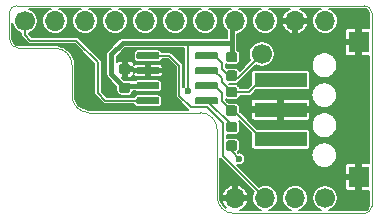
<source format=gtl>
G04 #@! TF.GenerationSoftware,KiCad,Pcbnew,5.0.1*
G04 #@! TF.CreationDate,2019-10-25T23:16:08+02:00*
G04 #@! TF.ProjectId,OtterPill-CAN,4F7474657250696C6C2D43414E2E6B69,rev?*
G04 #@! TF.SameCoordinates,Original*
G04 #@! TF.FileFunction,Copper,L1,Top,Signal*
G04 #@! TF.FilePolarity,Positive*
%FSLAX46Y46*%
G04 Gerber Fmt 4.6, Leading zero omitted, Abs format (unit mm)*
G04 Created by KiCad (PCBNEW 5.0.1) date Fri 25 Oct 2019 11:16:08 PM CEST*
%MOMM*%
%LPD*%
G01*
G04 APERTURE LIST*
G04 #@! TA.AperFunction,NonConductor*
%ADD10C,0.050000*%
G04 #@! TD*
G04 #@! TA.AperFunction,ComponentPad*
%ADD11C,1.700000*%
G04 #@! TD*
G04 #@! TA.AperFunction,ComponentPad*
%ADD12O,1.700000X1.700000*%
G04 #@! TD*
G04 #@! TA.AperFunction,SMDPad,CuDef*
%ADD13R,4.500000X1.300000*%
G04 #@! TD*
G04 #@! TA.AperFunction,SMDPad,CuDef*
%ADD14R,1.800000X1.800000*%
G04 #@! TD*
G04 #@! TA.AperFunction,Conductor*
%ADD15C,0.100000*%
G04 #@! TD*
G04 #@! TA.AperFunction,SMDPad,CuDef*
%ADD16C,0.875000*%
G04 #@! TD*
G04 #@! TA.AperFunction,SMDPad,CuDef*
%ADD17C,0.600000*%
G04 #@! TD*
G04 #@! TA.AperFunction,ViaPad*
%ADD18C,0.600000*%
G04 #@! TD*
G04 #@! TA.AperFunction,Conductor*
%ADD19C,0.400000*%
G04 #@! TD*
G04 #@! TA.AperFunction,Conductor*
%ADD20C,0.157000*%
G04 #@! TD*
G04 APERTURE END LIST*
D10*
X63200000Y-36790000D02*
G75*
G02X62590000Y-37400000I-610000J0D01*
G01*
X62590000Y-19800000D02*
G75*
G02X63200000Y-20410000I0J-610000D01*
G01*
X32530000Y-20410000D02*
G75*
G02X33140000Y-19800000I610000J0D01*
G01*
X33320000Y-23405246D02*
X36404426Y-23405246D01*
X32530000Y-22615246D02*
G75*
G03X33320000Y-23405246I790000J0D01*
G01*
X37834459Y-24835279D02*
G75*
G03X36404426Y-23405246I-1430033J0D01*
G01*
X37834459Y-27430000D02*
X37834459Y-24835279D01*
X50115574Y-35969966D02*
G75*
G03X51545608Y-37400000I1430034J0D01*
G01*
X37834459Y-27430000D02*
G75*
G03X39264493Y-28860034I1430034J0D01*
G01*
X48690000Y-28860000D02*
X39260000Y-28860000D01*
X50115574Y-30290034D02*
G75*
G03X48685540Y-28860000I-1430034J0D01*
G01*
X50115574Y-35964754D02*
X50115574Y-30294754D01*
X32530000Y-20410000D02*
X32530000Y-22615246D01*
X62590000Y-19800000D02*
X33140000Y-19800000D01*
X63200000Y-20400000D02*
X63200000Y-36790000D01*
X51540000Y-37400000D02*
X62600000Y-37400000D01*
D11*
G04 #@! TO.P,J7,1*
G04 #@! TO.N,Net-(J7-Pad1)*
X53900000Y-23900000D03*
G04 #@! TD*
G04 #@! TO.P,J1,1*
G04 #@! TO.N,315*
X59260000Y-36100000D03*
D12*
G04 #@! TO.P,J1,2*
G04 #@! TO.N,314*
X56720000Y-36100000D03*
G04 #@! TO.P,J1,3*
G04 #@! TO.N,TXD*
X54180000Y-36100000D03*
G04 #@! TO.P,J1,4*
G04 #@! TO.N,GND*
X51640000Y-36100000D03*
G04 #@! TD*
D11*
G04 #@! TO.P,J2,1*
G04 #@! TO.N,RXD*
X33860000Y-21100000D03*
D12*
G04 #@! TO.P,J2,2*
G04 #@! TO.N,46*
X36400000Y-21100000D03*
G04 #@! TO.P,J2,3*
G04 #@! TO.N,47*
X38940000Y-21100000D03*
G04 #@! TO.P,J2,4*
G04 #@! TO.N,48*
X41480000Y-21100000D03*
G04 #@! TO.P,J2,5*
G04 #@! TO.N,49*
X44020000Y-21100000D03*
G04 #@! TO.P,J2,6*
G04 #@! TO.N,410*
X46560000Y-21100000D03*
G04 #@! TO.P,J2,7*
G04 #@! TO.N,411*
X49100000Y-21100000D03*
G04 #@! TO.P,J2,8*
G04 #@! TO.N,+3V3*
X51640000Y-21100000D03*
G04 #@! TO.P,J2,9*
G04 #@! TO.N,413*
X54180000Y-21100000D03*
G04 #@! TO.P,J2,10*
G04 #@! TO.N,GND*
X56720000Y-21100000D03*
G04 #@! TO.P,J2,11*
G04 #@! TO.N,VIN*
X59260000Y-21100000D03*
G04 #@! TD*
D13*
G04 #@! TO.P,J3,1*
G04 #@! TO.N,CAN_L*
X55490000Y-31100000D03*
G04 #@! TO.P,J3,2*
G04 #@! TO.N,GND*
X55490000Y-28600000D03*
D14*
G04 #@! TO.P,J3,MP*
X62090000Y-34300000D03*
X62090000Y-22900000D03*
D13*
G04 #@! TO.P,J3,3*
G04 #@! TO.N,CAN_H*
X55490000Y-26100000D03*
G04 #@! TD*
D15*
G04 #@! TO.N,GND*
G04 #@! TO.C,C9*
G36*
X42577691Y-24736052D02*
X42598926Y-24739202D01*
X42619750Y-24744418D01*
X42639962Y-24751650D01*
X42659368Y-24760829D01*
X42677781Y-24771865D01*
X42695024Y-24784653D01*
X42710930Y-24799069D01*
X42725346Y-24814975D01*
X42738134Y-24832218D01*
X42749170Y-24850631D01*
X42758349Y-24870037D01*
X42765581Y-24890249D01*
X42770797Y-24911073D01*
X42773947Y-24932308D01*
X42775000Y-24953749D01*
X42775000Y-25391249D01*
X42773947Y-25412690D01*
X42770797Y-25433925D01*
X42765581Y-25454749D01*
X42758349Y-25474961D01*
X42749170Y-25494367D01*
X42738134Y-25512780D01*
X42725346Y-25530023D01*
X42710930Y-25545929D01*
X42695024Y-25560345D01*
X42677781Y-25573133D01*
X42659368Y-25584169D01*
X42639962Y-25593348D01*
X42619750Y-25600580D01*
X42598926Y-25605796D01*
X42577691Y-25608946D01*
X42556250Y-25609999D01*
X42043750Y-25609999D01*
X42022309Y-25608946D01*
X42001074Y-25605796D01*
X41980250Y-25600580D01*
X41960038Y-25593348D01*
X41940632Y-25584169D01*
X41922219Y-25573133D01*
X41904976Y-25560345D01*
X41889070Y-25545929D01*
X41874654Y-25530023D01*
X41861866Y-25512780D01*
X41850830Y-25494367D01*
X41841651Y-25474961D01*
X41834419Y-25454749D01*
X41829203Y-25433925D01*
X41826053Y-25412690D01*
X41825000Y-25391249D01*
X41825000Y-24953749D01*
X41826053Y-24932308D01*
X41829203Y-24911073D01*
X41834419Y-24890249D01*
X41841651Y-24870037D01*
X41850830Y-24850631D01*
X41861866Y-24832218D01*
X41874654Y-24814975D01*
X41889070Y-24799069D01*
X41904976Y-24784653D01*
X41922219Y-24771865D01*
X41940632Y-24760829D01*
X41960038Y-24751650D01*
X41980250Y-24744418D01*
X42001074Y-24739202D01*
X42022309Y-24736052D01*
X42043750Y-24734999D01*
X42556250Y-24734999D01*
X42577691Y-24736052D01*
X42577691Y-24736052D01*
G37*
D16*
G04 #@! TD*
G04 #@! TO.P,C9,2*
G04 #@! TO.N,GND*
X42300000Y-25172499D03*
D15*
G04 #@! TO.N,+3V3*
G04 #@! TO.C,C9*
G36*
X42577691Y-26311054D02*
X42598926Y-26314204D01*
X42619750Y-26319420D01*
X42639962Y-26326652D01*
X42659368Y-26335831D01*
X42677781Y-26346867D01*
X42695024Y-26359655D01*
X42710930Y-26374071D01*
X42725346Y-26389977D01*
X42738134Y-26407220D01*
X42749170Y-26425633D01*
X42758349Y-26445039D01*
X42765581Y-26465251D01*
X42770797Y-26486075D01*
X42773947Y-26507310D01*
X42775000Y-26528751D01*
X42775000Y-26966251D01*
X42773947Y-26987692D01*
X42770797Y-27008927D01*
X42765581Y-27029751D01*
X42758349Y-27049963D01*
X42749170Y-27069369D01*
X42738134Y-27087782D01*
X42725346Y-27105025D01*
X42710930Y-27120931D01*
X42695024Y-27135347D01*
X42677781Y-27148135D01*
X42659368Y-27159171D01*
X42639962Y-27168350D01*
X42619750Y-27175582D01*
X42598926Y-27180798D01*
X42577691Y-27183948D01*
X42556250Y-27185001D01*
X42043750Y-27185001D01*
X42022309Y-27183948D01*
X42001074Y-27180798D01*
X41980250Y-27175582D01*
X41960038Y-27168350D01*
X41940632Y-27159171D01*
X41922219Y-27148135D01*
X41904976Y-27135347D01*
X41889070Y-27120931D01*
X41874654Y-27105025D01*
X41861866Y-27087782D01*
X41850830Y-27069369D01*
X41841651Y-27049963D01*
X41834419Y-27029751D01*
X41829203Y-27008927D01*
X41826053Y-26987692D01*
X41825000Y-26966251D01*
X41825000Y-26528751D01*
X41826053Y-26507310D01*
X41829203Y-26486075D01*
X41834419Y-26465251D01*
X41841651Y-26445039D01*
X41850830Y-26425633D01*
X41861866Y-26407220D01*
X41874654Y-26389977D01*
X41889070Y-26374071D01*
X41904976Y-26359655D01*
X41922219Y-26346867D01*
X41940632Y-26335831D01*
X41960038Y-26326652D01*
X41980250Y-26319420D01*
X42001074Y-26314204D01*
X42022309Y-26311054D01*
X42043750Y-26310001D01*
X42556250Y-26310001D01*
X42577691Y-26311054D01*
X42577691Y-26311054D01*
G37*
D16*
G04 #@! TD*
G04 #@! TO.P,C9,1*
G04 #@! TO.N,+3V3*
X42300000Y-26747501D03*
D15*
G04 #@! TO.N,Net-(R5-Pad1)*
G04 #@! TO.C,R5*
G36*
X51627691Y-29636053D02*
X51648926Y-29639203D01*
X51669750Y-29644419D01*
X51689962Y-29651651D01*
X51709368Y-29660830D01*
X51727781Y-29671866D01*
X51745024Y-29684654D01*
X51760930Y-29699070D01*
X51775346Y-29714976D01*
X51788134Y-29732219D01*
X51799170Y-29750632D01*
X51808349Y-29770038D01*
X51815581Y-29790250D01*
X51820797Y-29811074D01*
X51823947Y-29832309D01*
X51825000Y-29853750D01*
X51825000Y-30291250D01*
X51823947Y-30312691D01*
X51820797Y-30333926D01*
X51815581Y-30354750D01*
X51808349Y-30374962D01*
X51799170Y-30394368D01*
X51788134Y-30412781D01*
X51775346Y-30430024D01*
X51760930Y-30445930D01*
X51745024Y-30460346D01*
X51727781Y-30473134D01*
X51709368Y-30484170D01*
X51689962Y-30493349D01*
X51669750Y-30500581D01*
X51648926Y-30505797D01*
X51627691Y-30508947D01*
X51606250Y-30510000D01*
X51093750Y-30510000D01*
X51072309Y-30508947D01*
X51051074Y-30505797D01*
X51030250Y-30500581D01*
X51010038Y-30493349D01*
X50990632Y-30484170D01*
X50972219Y-30473134D01*
X50954976Y-30460346D01*
X50939070Y-30445930D01*
X50924654Y-30430024D01*
X50911866Y-30412781D01*
X50900830Y-30394368D01*
X50891651Y-30374962D01*
X50884419Y-30354750D01*
X50879203Y-30333926D01*
X50876053Y-30312691D01*
X50875000Y-30291250D01*
X50875000Y-29853750D01*
X50876053Y-29832309D01*
X50879203Y-29811074D01*
X50884419Y-29790250D01*
X50891651Y-29770038D01*
X50900830Y-29750632D01*
X50911866Y-29732219D01*
X50924654Y-29714976D01*
X50939070Y-29699070D01*
X50954976Y-29684654D01*
X50972219Y-29671866D01*
X50990632Y-29660830D01*
X51010038Y-29651651D01*
X51030250Y-29644419D01*
X51051074Y-29639203D01*
X51072309Y-29636053D01*
X51093750Y-29635000D01*
X51606250Y-29635000D01*
X51627691Y-29636053D01*
X51627691Y-29636053D01*
G37*
D16*
G04 #@! TD*
G04 #@! TO.P,R5,1*
G04 #@! TO.N,Net-(R5-Pad1)*
X51350000Y-30072500D03*
D15*
G04 #@! TO.N,+3V3*
G04 #@! TO.C,R5*
G36*
X51627691Y-31211053D02*
X51648926Y-31214203D01*
X51669750Y-31219419D01*
X51689962Y-31226651D01*
X51709368Y-31235830D01*
X51727781Y-31246866D01*
X51745024Y-31259654D01*
X51760930Y-31274070D01*
X51775346Y-31289976D01*
X51788134Y-31307219D01*
X51799170Y-31325632D01*
X51808349Y-31345038D01*
X51815581Y-31365250D01*
X51820797Y-31386074D01*
X51823947Y-31407309D01*
X51825000Y-31428750D01*
X51825000Y-31866250D01*
X51823947Y-31887691D01*
X51820797Y-31908926D01*
X51815581Y-31929750D01*
X51808349Y-31949962D01*
X51799170Y-31969368D01*
X51788134Y-31987781D01*
X51775346Y-32005024D01*
X51760930Y-32020930D01*
X51745024Y-32035346D01*
X51727781Y-32048134D01*
X51709368Y-32059170D01*
X51689962Y-32068349D01*
X51669750Y-32075581D01*
X51648926Y-32080797D01*
X51627691Y-32083947D01*
X51606250Y-32085000D01*
X51093750Y-32085000D01*
X51072309Y-32083947D01*
X51051074Y-32080797D01*
X51030250Y-32075581D01*
X51010038Y-32068349D01*
X50990632Y-32059170D01*
X50972219Y-32048134D01*
X50954976Y-32035346D01*
X50939070Y-32020930D01*
X50924654Y-32005024D01*
X50911866Y-31987781D01*
X50900830Y-31969368D01*
X50891651Y-31949962D01*
X50884419Y-31929750D01*
X50879203Y-31908926D01*
X50876053Y-31887691D01*
X50875000Y-31866250D01*
X50875000Y-31428750D01*
X50876053Y-31407309D01*
X50879203Y-31386074D01*
X50884419Y-31365250D01*
X50891651Y-31345038D01*
X50900830Y-31325632D01*
X50911866Y-31307219D01*
X50924654Y-31289976D01*
X50939070Y-31274070D01*
X50954976Y-31259654D01*
X50972219Y-31246866D01*
X50990632Y-31235830D01*
X51010038Y-31226651D01*
X51030250Y-31219419D01*
X51051074Y-31214203D01*
X51072309Y-31211053D01*
X51093750Y-31210000D01*
X51606250Y-31210000D01*
X51627691Y-31211053D01*
X51627691Y-31211053D01*
G37*
D16*
G04 #@! TD*
G04 #@! TO.P,R5,2*
G04 #@! TO.N,+3V3*
X51350000Y-31647500D03*
D15*
G04 #@! TO.N,TXD*
G04 #@! TO.C,U1*
G36*
X45104703Y-23735722D02*
X45119264Y-23737882D01*
X45133543Y-23741459D01*
X45147403Y-23746418D01*
X45160710Y-23752712D01*
X45173336Y-23760280D01*
X45185159Y-23769048D01*
X45196066Y-23778934D01*
X45205952Y-23789841D01*
X45214720Y-23801664D01*
X45222288Y-23814290D01*
X45228582Y-23827597D01*
X45233541Y-23841457D01*
X45237118Y-23855736D01*
X45239278Y-23870297D01*
X45240000Y-23885000D01*
X45240000Y-24185000D01*
X45239278Y-24199703D01*
X45237118Y-24214264D01*
X45233541Y-24228543D01*
X45228582Y-24242403D01*
X45222288Y-24255710D01*
X45214720Y-24268336D01*
X45205952Y-24280159D01*
X45196066Y-24291066D01*
X45185159Y-24300952D01*
X45173336Y-24309720D01*
X45160710Y-24317288D01*
X45147403Y-24323582D01*
X45133543Y-24328541D01*
X45119264Y-24332118D01*
X45104703Y-24334278D01*
X45090000Y-24335000D01*
X43440000Y-24335000D01*
X43425297Y-24334278D01*
X43410736Y-24332118D01*
X43396457Y-24328541D01*
X43382597Y-24323582D01*
X43369290Y-24317288D01*
X43356664Y-24309720D01*
X43344841Y-24300952D01*
X43333934Y-24291066D01*
X43324048Y-24280159D01*
X43315280Y-24268336D01*
X43307712Y-24255710D01*
X43301418Y-24242403D01*
X43296459Y-24228543D01*
X43292882Y-24214264D01*
X43290722Y-24199703D01*
X43290000Y-24185000D01*
X43290000Y-23885000D01*
X43290722Y-23870297D01*
X43292882Y-23855736D01*
X43296459Y-23841457D01*
X43301418Y-23827597D01*
X43307712Y-23814290D01*
X43315280Y-23801664D01*
X43324048Y-23789841D01*
X43333934Y-23778934D01*
X43344841Y-23769048D01*
X43356664Y-23760280D01*
X43369290Y-23752712D01*
X43382597Y-23746418D01*
X43396457Y-23741459D01*
X43410736Y-23737882D01*
X43425297Y-23735722D01*
X43440000Y-23735000D01*
X45090000Y-23735000D01*
X45104703Y-23735722D01*
X45104703Y-23735722D01*
G37*
D17*
G04 #@! TD*
G04 #@! TO.P,U1,1*
G04 #@! TO.N,TXD*
X44265000Y-24035000D03*
D15*
G04 #@! TO.N,GND*
G04 #@! TO.C,U1*
G36*
X45104703Y-25005722D02*
X45119264Y-25007882D01*
X45133543Y-25011459D01*
X45147403Y-25016418D01*
X45160710Y-25022712D01*
X45173336Y-25030280D01*
X45185159Y-25039048D01*
X45196066Y-25048934D01*
X45205952Y-25059841D01*
X45214720Y-25071664D01*
X45222288Y-25084290D01*
X45228582Y-25097597D01*
X45233541Y-25111457D01*
X45237118Y-25125736D01*
X45239278Y-25140297D01*
X45240000Y-25155000D01*
X45240000Y-25455000D01*
X45239278Y-25469703D01*
X45237118Y-25484264D01*
X45233541Y-25498543D01*
X45228582Y-25512403D01*
X45222288Y-25525710D01*
X45214720Y-25538336D01*
X45205952Y-25550159D01*
X45196066Y-25561066D01*
X45185159Y-25570952D01*
X45173336Y-25579720D01*
X45160710Y-25587288D01*
X45147403Y-25593582D01*
X45133543Y-25598541D01*
X45119264Y-25602118D01*
X45104703Y-25604278D01*
X45090000Y-25605000D01*
X43440000Y-25605000D01*
X43425297Y-25604278D01*
X43410736Y-25602118D01*
X43396457Y-25598541D01*
X43382597Y-25593582D01*
X43369290Y-25587288D01*
X43356664Y-25579720D01*
X43344841Y-25570952D01*
X43333934Y-25561066D01*
X43324048Y-25550159D01*
X43315280Y-25538336D01*
X43307712Y-25525710D01*
X43301418Y-25512403D01*
X43296459Y-25498543D01*
X43292882Y-25484264D01*
X43290722Y-25469703D01*
X43290000Y-25455000D01*
X43290000Y-25155000D01*
X43290722Y-25140297D01*
X43292882Y-25125736D01*
X43296459Y-25111457D01*
X43301418Y-25097597D01*
X43307712Y-25084290D01*
X43315280Y-25071664D01*
X43324048Y-25059841D01*
X43333934Y-25048934D01*
X43344841Y-25039048D01*
X43356664Y-25030280D01*
X43369290Y-25022712D01*
X43382597Y-25016418D01*
X43396457Y-25011459D01*
X43410736Y-25007882D01*
X43425297Y-25005722D01*
X43440000Y-25005000D01*
X45090000Y-25005000D01*
X45104703Y-25005722D01*
X45104703Y-25005722D01*
G37*
D17*
G04 #@! TD*
G04 #@! TO.P,U1,2*
G04 #@! TO.N,GND*
X44265000Y-25305000D03*
D15*
G04 #@! TO.N,+3V3*
G04 #@! TO.C,U1*
G36*
X45104703Y-26275722D02*
X45119264Y-26277882D01*
X45133543Y-26281459D01*
X45147403Y-26286418D01*
X45160710Y-26292712D01*
X45173336Y-26300280D01*
X45185159Y-26309048D01*
X45196066Y-26318934D01*
X45205952Y-26329841D01*
X45214720Y-26341664D01*
X45222288Y-26354290D01*
X45228582Y-26367597D01*
X45233541Y-26381457D01*
X45237118Y-26395736D01*
X45239278Y-26410297D01*
X45240000Y-26425000D01*
X45240000Y-26725000D01*
X45239278Y-26739703D01*
X45237118Y-26754264D01*
X45233541Y-26768543D01*
X45228582Y-26782403D01*
X45222288Y-26795710D01*
X45214720Y-26808336D01*
X45205952Y-26820159D01*
X45196066Y-26831066D01*
X45185159Y-26840952D01*
X45173336Y-26849720D01*
X45160710Y-26857288D01*
X45147403Y-26863582D01*
X45133543Y-26868541D01*
X45119264Y-26872118D01*
X45104703Y-26874278D01*
X45090000Y-26875000D01*
X43440000Y-26875000D01*
X43425297Y-26874278D01*
X43410736Y-26872118D01*
X43396457Y-26868541D01*
X43382597Y-26863582D01*
X43369290Y-26857288D01*
X43356664Y-26849720D01*
X43344841Y-26840952D01*
X43333934Y-26831066D01*
X43324048Y-26820159D01*
X43315280Y-26808336D01*
X43307712Y-26795710D01*
X43301418Y-26782403D01*
X43296459Y-26768543D01*
X43292882Y-26754264D01*
X43290722Y-26739703D01*
X43290000Y-26725000D01*
X43290000Y-26425000D01*
X43290722Y-26410297D01*
X43292882Y-26395736D01*
X43296459Y-26381457D01*
X43301418Y-26367597D01*
X43307712Y-26354290D01*
X43315280Y-26341664D01*
X43324048Y-26329841D01*
X43333934Y-26318934D01*
X43344841Y-26309048D01*
X43356664Y-26300280D01*
X43369290Y-26292712D01*
X43382597Y-26286418D01*
X43396457Y-26281459D01*
X43410736Y-26277882D01*
X43425297Y-26275722D01*
X43440000Y-26275000D01*
X45090000Y-26275000D01*
X45104703Y-26275722D01*
X45104703Y-26275722D01*
G37*
D17*
G04 #@! TD*
G04 #@! TO.P,U1,3*
G04 #@! TO.N,+3V3*
X44265000Y-26575000D03*
D15*
G04 #@! TO.N,RXD*
G04 #@! TO.C,U1*
G36*
X45104703Y-27545722D02*
X45119264Y-27547882D01*
X45133543Y-27551459D01*
X45147403Y-27556418D01*
X45160710Y-27562712D01*
X45173336Y-27570280D01*
X45185159Y-27579048D01*
X45196066Y-27588934D01*
X45205952Y-27599841D01*
X45214720Y-27611664D01*
X45222288Y-27624290D01*
X45228582Y-27637597D01*
X45233541Y-27651457D01*
X45237118Y-27665736D01*
X45239278Y-27680297D01*
X45240000Y-27695000D01*
X45240000Y-27995000D01*
X45239278Y-28009703D01*
X45237118Y-28024264D01*
X45233541Y-28038543D01*
X45228582Y-28052403D01*
X45222288Y-28065710D01*
X45214720Y-28078336D01*
X45205952Y-28090159D01*
X45196066Y-28101066D01*
X45185159Y-28110952D01*
X45173336Y-28119720D01*
X45160710Y-28127288D01*
X45147403Y-28133582D01*
X45133543Y-28138541D01*
X45119264Y-28142118D01*
X45104703Y-28144278D01*
X45090000Y-28145000D01*
X43440000Y-28145000D01*
X43425297Y-28144278D01*
X43410736Y-28142118D01*
X43396457Y-28138541D01*
X43382597Y-28133582D01*
X43369290Y-28127288D01*
X43356664Y-28119720D01*
X43344841Y-28110952D01*
X43333934Y-28101066D01*
X43324048Y-28090159D01*
X43315280Y-28078336D01*
X43307712Y-28065710D01*
X43301418Y-28052403D01*
X43296459Y-28038543D01*
X43292882Y-28024264D01*
X43290722Y-28009703D01*
X43290000Y-27995000D01*
X43290000Y-27695000D01*
X43290722Y-27680297D01*
X43292882Y-27665736D01*
X43296459Y-27651457D01*
X43301418Y-27637597D01*
X43307712Y-27624290D01*
X43315280Y-27611664D01*
X43324048Y-27599841D01*
X43333934Y-27588934D01*
X43344841Y-27579048D01*
X43356664Y-27570280D01*
X43369290Y-27562712D01*
X43382597Y-27556418D01*
X43396457Y-27551459D01*
X43410736Y-27547882D01*
X43425297Y-27545722D01*
X43440000Y-27545000D01*
X45090000Y-27545000D01*
X45104703Y-27545722D01*
X45104703Y-27545722D01*
G37*
D17*
G04 #@! TD*
G04 #@! TO.P,U1,4*
G04 #@! TO.N,RXD*
X44265000Y-27845000D03*
D15*
G04 #@! TO.N,Net-(R5-Pad1)*
G04 #@! TO.C,U1*
G36*
X50054703Y-27545722D02*
X50069264Y-27547882D01*
X50083543Y-27551459D01*
X50097403Y-27556418D01*
X50110710Y-27562712D01*
X50123336Y-27570280D01*
X50135159Y-27579048D01*
X50146066Y-27588934D01*
X50155952Y-27599841D01*
X50164720Y-27611664D01*
X50172288Y-27624290D01*
X50178582Y-27637597D01*
X50183541Y-27651457D01*
X50187118Y-27665736D01*
X50189278Y-27680297D01*
X50190000Y-27695000D01*
X50190000Y-27995000D01*
X50189278Y-28009703D01*
X50187118Y-28024264D01*
X50183541Y-28038543D01*
X50178582Y-28052403D01*
X50172288Y-28065710D01*
X50164720Y-28078336D01*
X50155952Y-28090159D01*
X50146066Y-28101066D01*
X50135159Y-28110952D01*
X50123336Y-28119720D01*
X50110710Y-28127288D01*
X50097403Y-28133582D01*
X50083543Y-28138541D01*
X50069264Y-28142118D01*
X50054703Y-28144278D01*
X50040000Y-28145000D01*
X48390000Y-28145000D01*
X48375297Y-28144278D01*
X48360736Y-28142118D01*
X48346457Y-28138541D01*
X48332597Y-28133582D01*
X48319290Y-28127288D01*
X48306664Y-28119720D01*
X48294841Y-28110952D01*
X48283934Y-28101066D01*
X48274048Y-28090159D01*
X48265280Y-28078336D01*
X48257712Y-28065710D01*
X48251418Y-28052403D01*
X48246459Y-28038543D01*
X48242882Y-28024264D01*
X48240722Y-28009703D01*
X48240000Y-27995000D01*
X48240000Y-27695000D01*
X48240722Y-27680297D01*
X48242882Y-27665736D01*
X48246459Y-27651457D01*
X48251418Y-27637597D01*
X48257712Y-27624290D01*
X48265280Y-27611664D01*
X48274048Y-27599841D01*
X48283934Y-27588934D01*
X48294841Y-27579048D01*
X48306664Y-27570280D01*
X48319290Y-27562712D01*
X48332597Y-27556418D01*
X48346457Y-27551459D01*
X48360736Y-27547882D01*
X48375297Y-27545722D01*
X48390000Y-27545000D01*
X50040000Y-27545000D01*
X50054703Y-27545722D01*
X50054703Y-27545722D01*
G37*
D17*
G04 #@! TD*
G04 #@! TO.P,U1,5*
G04 #@! TO.N,Net-(R5-Pad1)*
X49215000Y-27845000D03*
D15*
G04 #@! TO.N,CAN_L*
G04 #@! TO.C,U1*
G36*
X50054703Y-26275722D02*
X50069264Y-26277882D01*
X50083543Y-26281459D01*
X50097403Y-26286418D01*
X50110710Y-26292712D01*
X50123336Y-26300280D01*
X50135159Y-26309048D01*
X50146066Y-26318934D01*
X50155952Y-26329841D01*
X50164720Y-26341664D01*
X50172288Y-26354290D01*
X50178582Y-26367597D01*
X50183541Y-26381457D01*
X50187118Y-26395736D01*
X50189278Y-26410297D01*
X50190000Y-26425000D01*
X50190000Y-26725000D01*
X50189278Y-26739703D01*
X50187118Y-26754264D01*
X50183541Y-26768543D01*
X50178582Y-26782403D01*
X50172288Y-26795710D01*
X50164720Y-26808336D01*
X50155952Y-26820159D01*
X50146066Y-26831066D01*
X50135159Y-26840952D01*
X50123336Y-26849720D01*
X50110710Y-26857288D01*
X50097403Y-26863582D01*
X50083543Y-26868541D01*
X50069264Y-26872118D01*
X50054703Y-26874278D01*
X50040000Y-26875000D01*
X48390000Y-26875000D01*
X48375297Y-26874278D01*
X48360736Y-26872118D01*
X48346457Y-26868541D01*
X48332597Y-26863582D01*
X48319290Y-26857288D01*
X48306664Y-26849720D01*
X48294841Y-26840952D01*
X48283934Y-26831066D01*
X48274048Y-26820159D01*
X48265280Y-26808336D01*
X48257712Y-26795710D01*
X48251418Y-26782403D01*
X48246459Y-26768543D01*
X48242882Y-26754264D01*
X48240722Y-26739703D01*
X48240000Y-26725000D01*
X48240000Y-26425000D01*
X48240722Y-26410297D01*
X48242882Y-26395736D01*
X48246459Y-26381457D01*
X48251418Y-26367597D01*
X48257712Y-26354290D01*
X48265280Y-26341664D01*
X48274048Y-26329841D01*
X48283934Y-26318934D01*
X48294841Y-26309048D01*
X48306664Y-26300280D01*
X48319290Y-26292712D01*
X48332597Y-26286418D01*
X48346457Y-26281459D01*
X48360736Y-26277882D01*
X48375297Y-26275722D01*
X48390000Y-26275000D01*
X50040000Y-26275000D01*
X50054703Y-26275722D01*
X50054703Y-26275722D01*
G37*
D17*
G04 #@! TD*
G04 #@! TO.P,U1,6*
G04 #@! TO.N,CAN_L*
X49215000Y-26575000D03*
D15*
G04 #@! TO.N,CAN_H*
G04 #@! TO.C,U1*
G36*
X50054703Y-25005722D02*
X50069264Y-25007882D01*
X50083543Y-25011459D01*
X50097403Y-25016418D01*
X50110710Y-25022712D01*
X50123336Y-25030280D01*
X50135159Y-25039048D01*
X50146066Y-25048934D01*
X50155952Y-25059841D01*
X50164720Y-25071664D01*
X50172288Y-25084290D01*
X50178582Y-25097597D01*
X50183541Y-25111457D01*
X50187118Y-25125736D01*
X50189278Y-25140297D01*
X50190000Y-25155000D01*
X50190000Y-25455000D01*
X50189278Y-25469703D01*
X50187118Y-25484264D01*
X50183541Y-25498543D01*
X50178582Y-25512403D01*
X50172288Y-25525710D01*
X50164720Y-25538336D01*
X50155952Y-25550159D01*
X50146066Y-25561066D01*
X50135159Y-25570952D01*
X50123336Y-25579720D01*
X50110710Y-25587288D01*
X50097403Y-25593582D01*
X50083543Y-25598541D01*
X50069264Y-25602118D01*
X50054703Y-25604278D01*
X50040000Y-25605000D01*
X48390000Y-25605000D01*
X48375297Y-25604278D01*
X48360736Y-25602118D01*
X48346457Y-25598541D01*
X48332597Y-25593582D01*
X48319290Y-25587288D01*
X48306664Y-25579720D01*
X48294841Y-25570952D01*
X48283934Y-25561066D01*
X48274048Y-25550159D01*
X48265280Y-25538336D01*
X48257712Y-25525710D01*
X48251418Y-25512403D01*
X48246459Y-25498543D01*
X48242882Y-25484264D01*
X48240722Y-25469703D01*
X48240000Y-25455000D01*
X48240000Y-25155000D01*
X48240722Y-25140297D01*
X48242882Y-25125736D01*
X48246459Y-25111457D01*
X48251418Y-25097597D01*
X48257712Y-25084290D01*
X48265280Y-25071664D01*
X48274048Y-25059841D01*
X48283934Y-25048934D01*
X48294841Y-25039048D01*
X48306664Y-25030280D01*
X48319290Y-25022712D01*
X48332597Y-25016418D01*
X48346457Y-25011459D01*
X48360736Y-25007882D01*
X48375297Y-25005722D01*
X48390000Y-25005000D01*
X50040000Y-25005000D01*
X50054703Y-25005722D01*
X50054703Y-25005722D01*
G37*
D17*
G04 #@! TD*
G04 #@! TO.P,U1,7*
G04 #@! TO.N,CAN_H*
X49215000Y-25305000D03*
D15*
G04 #@! TO.N,Net-(J7-Pad1)*
G04 #@! TO.C,U1*
G36*
X50054703Y-23735722D02*
X50069264Y-23737882D01*
X50083543Y-23741459D01*
X50097403Y-23746418D01*
X50110710Y-23752712D01*
X50123336Y-23760280D01*
X50135159Y-23769048D01*
X50146066Y-23778934D01*
X50155952Y-23789841D01*
X50164720Y-23801664D01*
X50172288Y-23814290D01*
X50178582Y-23827597D01*
X50183541Y-23841457D01*
X50187118Y-23855736D01*
X50189278Y-23870297D01*
X50190000Y-23885000D01*
X50190000Y-24185000D01*
X50189278Y-24199703D01*
X50187118Y-24214264D01*
X50183541Y-24228543D01*
X50178582Y-24242403D01*
X50172288Y-24255710D01*
X50164720Y-24268336D01*
X50155952Y-24280159D01*
X50146066Y-24291066D01*
X50135159Y-24300952D01*
X50123336Y-24309720D01*
X50110710Y-24317288D01*
X50097403Y-24323582D01*
X50083543Y-24328541D01*
X50069264Y-24332118D01*
X50054703Y-24334278D01*
X50040000Y-24335000D01*
X48390000Y-24335000D01*
X48375297Y-24334278D01*
X48360736Y-24332118D01*
X48346457Y-24328541D01*
X48332597Y-24323582D01*
X48319290Y-24317288D01*
X48306664Y-24309720D01*
X48294841Y-24300952D01*
X48283934Y-24291066D01*
X48274048Y-24280159D01*
X48265280Y-24268336D01*
X48257712Y-24255710D01*
X48251418Y-24242403D01*
X48246459Y-24228543D01*
X48242882Y-24214264D01*
X48240722Y-24199703D01*
X48240000Y-24185000D01*
X48240000Y-23885000D01*
X48240722Y-23870297D01*
X48242882Y-23855736D01*
X48246459Y-23841457D01*
X48251418Y-23827597D01*
X48257712Y-23814290D01*
X48265280Y-23801664D01*
X48274048Y-23789841D01*
X48283934Y-23778934D01*
X48294841Y-23769048D01*
X48306664Y-23760280D01*
X48319290Y-23752712D01*
X48332597Y-23746418D01*
X48346457Y-23741459D01*
X48360736Y-23737882D01*
X48375297Y-23735722D01*
X48390000Y-23735000D01*
X50040000Y-23735000D01*
X50054703Y-23735722D01*
X50054703Y-23735722D01*
G37*
D17*
G04 #@! TD*
G04 #@! TO.P,U1,8*
G04 #@! TO.N,Net-(J7-Pad1)*
X49215000Y-24035000D03*
D15*
G04 #@! TO.N,CAN_L*
G04 #@! TO.C,R2*
G36*
X51627691Y-28251053D02*
X51648926Y-28254203D01*
X51669750Y-28259419D01*
X51689962Y-28266651D01*
X51709368Y-28275830D01*
X51727781Y-28286866D01*
X51745024Y-28299654D01*
X51760930Y-28314070D01*
X51775346Y-28329976D01*
X51788134Y-28347219D01*
X51799170Y-28365632D01*
X51808349Y-28385038D01*
X51815581Y-28405250D01*
X51820797Y-28426074D01*
X51823947Y-28447309D01*
X51825000Y-28468750D01*
X51825000Y-28906250D01*
X51823947Y-28927691D01*
X51820797Y-28948926D01*
X51815581Y-28969750D01*
X51808349Y-28989962D01*
X51799170Y-29009368D01*
X51788134Y-29027781D01*
X51775346Y-29045024D01*
X51760930Y-29060930D01*
X51745024Y-29075346D01*
X51727781Y-29088134D01*
X51709368Y-29099170D01*
X51689962Y-29108349D01*
X51669750Y-29115581D01*
X51648926Y-29120797D01*
X51627691Y-29123947D01*
X51606250Y-29125000D01*
X51093750Y-29125000D01*
X51072309Y-29123947D01*
X51051074Y-29120797D01*
X51030250Y-29115581D01*
X51010038Y-29108349D01*
X50990632Y-29099170D01*
X50972219Y-29088134D01*
X50954976Y-29075346D01*
X50939070Y-29060930D01*
X50924654Y-29045024D01*
X50911866Y-29027781D01*
X50900830Y-29009368D01*
X50891651Y-28989962D01*
X50884419Y-28969750D01*
X50879203Y-28948926D01*
X50876053Y-28927691D01*
X50875000Y-28906250D01*
X50875000Y-28468750D01*
X50876053Y-28447309D01*
X50879203Y-28426074D01*
X50884419Y-28405250D01*
X50891651Y-28385038D01*
X50900830Y-28365632D01*
X50911866Y-28347219D01*
X50924654Y-28329976D01*
X50939070Y-28314070D01*
X50954976Y-28299654D01*
X50972219Y-28286866D01*
X50990632Y-28275830D01*
X51010038Y-28266651D01*
X51030250Y-28259419D01*
X51051074Y-28254203D01*
X51072309Y-28251053D01*
X51093750Y-28250000D01*
X51606250Y-28250000D01*
X51627691Y-28251053D01*
X51627691Y-28251053D01*
G37*
D16*
G04 #@! TD*
G04 #@! TO.P,R2,2*
G04 #@! TO.N,CAN_L*
X51350000Y-28687500D03*
D15*
G04 #@! TO.N,CAN_H*
G04 #@! TO.C,R2*
G36*
X51627691Y-26676053D02*
X51648926Y-26679203D01*
X51669750Y-26684419D01*
X51689962Y-26691651D01*
X51709368Y-26700830D01*
X51727781Y-26711866D01*
X51745024Y-26724654D01*
X51760930Y-26739070D01*
X51775346Y-26754976D01*
X51788134Y-26772219D01*
X51799170Y-26790632D01*
X51808349Y-26810038D01*
X51815581Y-26830250D01*
X51820797Y-26851074D01*
X51823947Y-26872309D01*
X51825000Y-26893750D01*
X51825000Y-27331250D01*
X51823947Y-27352691D01*
X51820797Y-27373926D01*
X51815581Y-27394750D01*
X51808349Y-27414962D01*
X51799170Y-27434368D01*
X51788134Y-27452781D01*
X51775346Y-27470024D01*
X51760930Y-27485930D01*
X51745024Y-27500346D01*
X51727781Y-27513134D01*
X51709368Y-27524170D01*
X51689962Y-27533349D01*
X51669750Y-27540581D01*
X51648926Y-27545797D01*
X51627691Y-27548947D01*
X51606250Y-27550000D01*
X51093750Y-27550000D01*
X51072309Y-27548947D01*
X51051074Y-27545797D01*
X51030250Y-27540581D01*
X51010038Y-27533349D01*
X50990632Y-27524170D01*
X50972219Y-27513134D01*
X50954976Y-27500346D01*
X50939070Y-27485930D01*
X50924654Y-27470024D01*
X50911866Y-27452781D01*
X50900830Y-27434368D01*
X50891651Y-27414962D01*
X50884419Y-27394750D01*
X50879203Y-27373926D01*
X50876053Y-27352691D01*
X50875000Y-27331250D01*
X50875000Y-26893750D01*
X50876053Y-26872309D01*
X50879203Y-26851074D01*
X50884419Y-26830250D01*
X50891651Y-26810038D01*
X50900830Y-26790632D01*
X50911866Y-26772219D01*
X50924654Y-26754976D01*
X50939070Y-26739070D01*
X50954976Y-26724654D01*
X50972219Y-26711866D01*
X50990632Y-26700830D01*
X51010038Y-26691651D01*
X51030250Y-26684419D01*
X51051074Y-26679203D01*
X51072309Y-26676053D01*
X51093750Y-26675000D01*
X51606250Y-26675000D01*
X51627691Y-26676053D01*
X51627691Y-26676053D01*
G37*
D16*
G04 #@! TD*
G04 #@! TO.P,R2,1*
G04 #@! TO.N,CAN_H*
X51350000Y-27112500D03*
D15*
G04 #@! TO.N,+3V3*
G04 #@! TO.C,R1*
G36*
X51627691Y-23718553D02*
X51648926Y-23721703D01*
X51669750Y-23726919D01*
X51689962Y-23734151D01*
X51709368Y-23743330D01*
X51727781Y-23754366D01*
X51745024Y-23767154D01*
X51760930Y-23781570D01*
X51775346Y-23797476D01*
X51788134Y-23814719D01*
X51799170Y-23833132D01*
X51808349Y-23852538D01*
X51815581Y-23872750D01*
X51820797Y-23893574D01*
X51823947Y-23914809D01*
X51825000Y-23936250D01*
X51825000Y-24373750D01*
X51823947Y-24395191D01*
X51820797Y-24416426D01*
X51815581Y-24437250D01*
X51808349Y-24457462D01*
X51799170Y-24476868D01*
X51788134Y-24495281D01*
X51775346Y-24512524D01*
X51760930Y-24528430D01*
X51745024Y-24542846D01*
X51727781Y-24555634D01*
X51709368Y-24566670D01*
X51689962Y-24575849D01*
X51669750Y-24583081D01*
X51648926Y-24588297D01*
X51627691Y-24591447D01*
X51606250Y-24592500D01*
X51093750Y-24592500D01*
X51072309Y-24591447D01*
X51051074Y-24588297D01*
X51030250Y-24583081D01*
X51010038Y-24575849D01*
X50990632Y-24566670D01*
X50972219Y-24555634D01*
X50954976Y-24542846D01*
X50939070Y-24528430D01*
X50924654Y-24512524D01*
X50911866Y-24495281D01*
X50900830Y-24476868D01*
X50891651Y-24457462D01*
X50884419Y-24437250D01*
X50879203Y-24416426D01*
X50876053Y-24395191D01*
X50875000Y-24373750D01*
X50875000Y-23936250D01*
X50876053Y-23914809D01*
X50879203Y-23893574D01*
X50884419Y-23872750D01*
X50891651Y-23852538D01*
X50900830Y-23833132D01*
X50911866Y-23814719D01*
X50924654Y-23797476D01*
X50939070Y-23781570D01*
X50954976Y-23767154D01*
X50972219Y-23754366D01*
X50990632Y-23743330D01*
X51010038Y-23734151D01*
X51030250Y-23726919D01*
X51051074Y-23721703D01*
X51072309Y-23718553D01*
X51093750Y-23717500D01*
X51606250Y-23717500D01*
X51627691Y-23718553D01*
X51627691Y-23718553D01*
G37*
D16*
G04 #@! TD*
G04 #@! TO.P,R1,1*
G04 #@! TO.N,+3V3*
X51350000Y-24155000D03*
D15*
G04 #@! TO.N,Net-(J7-Pad1)*
G04 #@! TO.C,R1*
G36*
X51627691Y-25293553D02*
X51648926Y-25296703D01*
X51669750Y-25301919D01*
X51689962Y-25309151D01*
X51709368Y-25318330D01*
X51727781Y-25329366D01*
X51745024Y-25342154D01*
X51760930Y-25356570D01*
X51775346Y-25372476D01*
X51788134Y-25389719D01*
X51799170Y-25408132D01*
X51808349Y-25427538D01*
X51815581Y-25447750D01*
X51820797Y-25468574D01*
X51823947Y-25489809D01*
X51825000Y-25511250D01*
X51825000Y-25948750D01*
X51823947Y-25970191D01*
X51820797Y-25991426D01*
X51815581Y-26012250D01*
X51808349Y-26032462D01*
X51799170Y-26051868D01*
X51788134Y-26070281D01*
X51775346Y-26087524D01*
X51760930Y-26103430D01*
X51745024Y-26117846D01*
X51727781Y-26130634D01*
X51709368Y-26141670D01*
X51689962Y-26150849D01*
X51669750Y-26158081D01*
X51648926Y-26163297D01*
X51627691Y-26166447D01*
X51606250Y-26167500D01*
X51093750Y-26167500D01*
X51072309Y-26166447D01*
X51051074Y-26163297D01*
X51030250Y-26158081D01*
X51010038Y-26150849D01*
X50990632Y-26141670D01*
X50972219Y-26130634D01*
X50954976Y-26117846D01*
X50939070Y-26103430D01*
X50924654Y-26087524D01*
X50911866Y-26070281D01*
X50900830Y-26051868D01*
X50891651Y-26032462D01*
X50884419Y-26012250D01*
X50879203Y-25991426D01*
X50876053Y-25970191D01*
X50875000Y-25948750D01*
X50875000Y-25511250D01*
X50876053Y-25489809D01*
X50879203Y-25468574D01*
X50884419Y-25447750D01*
X50891651Y-25427538D01*
X50900830Y-25408132D01*
X50911866Y-25389719D01*
X50924654Y-25372476D01*
X50939070Y-25356570D01*
X50954976Y-25342154D01*
X50972219Y-25329366D01*
X50990632Y-25318330D01*
X51010038Y-25309151D01*
X51030250Y-25301919D01*
X51051074Y-25296703D01*
X51072309Y-25293553D01*
X51093750Y-25292500D01*
X51606250Y-25292500D01*
X51627691Y-25293553D01*
X51627691Y-25293553D01*
G37*
D16*
G04 #@! TD*
G04 #@! TO.P,R1,2*
G04 #@! TO.N,Net-(J7-Pad1)*
X51350000Y-25730000D03*
D18*
G04 #@! TO.N,GND*
X57610000Y-27350000D03*
X57620000Y-29850000D03*
X56590000Y-27350000D03*
X56560000Y-29870000D03*
X58280000Y-28610000D03*
X45910000Y-25330000D03*
X46020000Y-27880000D03*
X42350000Y-23850000D03*
X46920000Y-23920000D03*
X56230000Y-24620000D03*
X53720000Y-27330000D03*
X53710000Y-29840000D03*
X40110000Y-23460000D03*
X38050000Y-23590000D03*
X39920000Y-28090000D03*
X54310000Y-33110000D03*
X57660000Y-33420000D03*
G04 #@! TO.N,+3V3*
X51970000Y-32770000D03*
X47650000Y-27070000D03*
G04 #@! TD*
D19*
G04 #@! TO.N,+3V3*
X42472501Y-26575000D02*
X42300000Y-26747501D01*
X44265000Y-26575000D02*
X42472501Y-26575000D01*
X51640000Y-21100000D02*
X51400000Y-21340000D01*
X51400000Y-24105000D02*
X51350000Y-24155000D01*
X51400000Y-21340000D02*
X51400000Y-22960000D01*
X51400000Y-22960000D02*
X51400000Y-24105000D01*
X42140000Y-22960000D02*
X41170000Y-23930000D01*
X41170000Y-25617501D02*
X42300000Y-26747501D01*
X41170000Y-23930000D02*
X41170000Y-25617501D01*
D20*
X51350000Y-31647500D02*
X51350000Y-32150000D01*
X51350000Y-32150000D02*
X51970000Y-32770000D01*
X47650000Y-22960000D02*
X47650000Y-27070000D01*
D19*
X51400000Y-22960000D02*
X47650000Y-22960000D01*
X47650000Y-22960000D02*
X42140000Y-22960000D01*
D20*
G04 #@! TO.N,Net-(J7-Pad1)*
X50540000Y-24620000D02*
X50540000Y-25130000D01*
X50540000Y-25130000D02*
X51350000Y-25940000D01*
X49215000Y-24035000D02*
X49955000Y-24035000D01*
X49955000Y-24035000D02*
X50540000Y-24620000D01*
X51860000Y-25940000D02*
X51350000Y-25940000D01*
X53900000Y-23900000D02*
X51860000Y-25940000D01*
G04 #@! TO.N,CAN_L*
X51737500Y-28897500D02*
X53940000Y-31100000D01*
X53940000Y-31100000D02*
X55490000Y-31100000D01*
X49915000Y-26575000D02*
X50540000Y-27200000D01*
X50540000Y-27910000D02*
X51527500Y-28897500D01*
X49215000Y-26575000D02*
X49915000Y-26575000D01*
X50540000Y-27200000D02*
X50540000Y-27910000D01*
X51527500Y-28897500D02*
X51737500Y-28897500D01*
G04 #@! TO.N,CAN_H*
X53870000Y-26100000D02*
X55490000Y-26100000D01*
X52850000Y-27120000D02*
X53870000Y-26100000D01*
X49895000Y-25305000D02*
X50530000Y-25940000D01*
X50530000Y-25940000D02*
X50530000Y-26270000D01*
X51380000Y-27120000D02*
X52850000Y-27120000D01*
X49215000Y-25305000D02*
X49895000Y-25305000D01*
X50530000Y-26270000D02*
X51380000Y-27120000D01*
G04 #@! TO.N,TXD*
X46930000Y-27430000D02*
X46930000Y-24890000D01*
X46075000Y-24035000D02*
X44265000Y-24035000D01*
X50620000Y-32540000D02*
X50620000Y-29740000D01*
X50620000Y-29740000D02*
X49270000Y-28390000D01*
X49270000Y-28390000D02*
X47890000Y-28390000D01*
X47890000Y-28390000D02*
X46930000Y-27430000D01*
X46930000Y-24890000D02*
X46075000Y-24035000D01*
X54180000Y-36100000D02*
X50620000Y-32540000D01*
G04 #@! TO.N,RXD*
X33860000Y-22302081D02*
X34317919Y-22760000D01*
X33860000Y-21100000D02*
X33860000Y-22302081D01*
X34317919Y-22760000D02*
X38190000Y-22760000D01*
X38190000Y-22760000D02*
X40040000Y-24610000D01*
X40040000Y-24610000D02*
X40040000Y-27220000D01*
X40665000Y-27845000D02*
X44265000Y-27845000D01*
X40040000Y-27220000D02*
X40665000Y-27845000D01*
G04 #@! TO.N,Net-(R5-Pad1)*
X51350000Y-29920000D02*
X51350000Y-30282500D01*
X49215000Y-27845000D02*
X49275000Y-27845000D01*
X49275000Y-27845000D02*
X51350000Y-29920000D01*
G04 #@! TD*
G04 #@! TO.N,GND*
G36*
X50396894Y-32763106D02*
X50408882Y-32772944D01*
X53223219Y-35587282D01*
X53172277Y-35682587D01*
X53110206Y-35887205D01*
X53089248Y-36100000D01*
X53110206Y-36312795D01*
X53172277Y-36517413D01*
X53273073Y-36705989D01*
X53408722Y-36871278D01*
X53574011Y-37006927D01*
X53762587Y-37107723D01*
X53867340Y-37139500D01*
X52070042Y-37139500D01*
X52153269Y-37105031D01*
X52339479Y-36985586D01*
X52498808Y-36832108D01*
X52625133Y-36650496D01*
X52713600Y-36447729D01*
X52685154Y-36275500D01*
X51815500Y-36275500D01*
X51815500Y-36295500D01*
X51464500Y-36295500D01*
X51464500Y-36275500D01*
X50594846Y-36275500D01*
X50566400Y-36447729D01*
X50654867Y-36650496D01*
X50781192Y-36832108D01*
X50881349Y-36928587D01*
X50722392Y-36798944D01*
X50577054Y-36623260D01*
X50468610Y-36422696D01*
X50401185Y-36204882D01*
X50376074Y-35965964D01*
X50376074Y-35752271D01*
X50566400Y-35752271D01*
X50594846Y-35924500D01*
X51464500Y-35924500D01*
X51464500Y-35055770D01*
X51815500Y-35055770D01*
X51815500Y-35924500D01*
X52685154Y-35924500D01*
X52713600Y-35752271D01*
X52625133Y-35549504D01*
X52498808Y-35367892D01*
X52339479Y-35214414D01*
X52153269Y-35094969D01*
X51987728Y-35026409D01*
X51815500Y-35055770D01*
X51464500Y-35055770D01*
X51292272Y-35026409D01*
X51126731Y-35094969D01*
X50940521Y-35214414D01*
X50781192Y-35367892D01*
X50654867Y-35549504D01*
X50566400Y-35752271D01*
X50376074Y-35752271D01*
X50376074Y-32737736D01*
X50396894Y-32763106D01*
X50396894Y-32763106D01*
G37*
X50396894Y-32763106D02*
X50408882Y-32772944D01*
X53223219Y-35587282D01*
X53172277Y-35682587D01*
X53110206Y-35887205D01*
X53089248Y-36100000D01*
X53110206Y-36312795D01*
X53172277Y-36517413D01*
X53273073Y-36705989D01*
X53408722Y-36871278D01*
X53574011Y-37006927D01*
X53762587Y-37107723D01*
X53867340Y-37139500D01*
X52070042Y-37139500D01*
X52153269Y-37105031D01*
X52339479Y-36985586D01*
X52498808Y-36832108D01*
X52625133Y-36650496D01*
X52713600Y-36447729D01*
X52685154Y-36275500D01*
X51815500Y-36275500D01*
X51815500Y-36295500D01*
X51464500Y-36295500D01*
X51464500Y-36275500D01*
X50594846Y-36275500D01*
X50566400Y-36447729D01*
X50654867Y-36650496D01*
X50781192Y-36832108D01*
X50881349Y-36928587D01*
X50722392Y-36798944D01*
X50577054Y-36623260D01*
X50468610Y-36422696D01*
X50401185Y-36204882D01*
X50376074Y-35965964D01*
X50376074Y-35752271D01*
X50566400Y-35752271D01*
X50594846Y-35924500D01*
X51464500Y-35924500D01*
X51464500Y-35055770D01*
X51815500Y-35055770D01*
X51815500Y-35924500D01*
X52685154Y-35924500D01*
X52713600Y-35752271D01*
X52625133Y-35549504D01*
X52498808Y-35367892D01*
X52339479Y-35214414D01*
X52153269Y-35094969D01*
X51987728Y-35026409D01*
X51815500Y-35055770D01*
X51464500Y-35055770D01*
X51292272Y-35026409D01*
X51126731Y-35094969D01*
X50940521Y-35214414D01*
X50781192Y-35367892D01*
X50654867Y-35549504D01*
X50566400Y-35752271D01*
X50376074Y-35752271D01*
X50376074Y-32737736D01*
X50396894Y-32763106D01*
G36*
X53762587Y-20092277D02*
X53574011Y-20193073D01*
X53408722Y-20328722D01*
X53273073Y-20494011D01*
X53172277Y-20682587D01*
X53110206Y-20887205D01*
X53089248Y-21100000D01*
X53110206Y-21312795D01*
X53172277Y-21517413D01*
X53273073Y-21705989D01*
X53408722Y-21871278D01*
X53574011Y-22006927D01*
X53762587Y-22107723D01*
X53967205Y-22169794D01*
X54126674Y-22185500D01*
X54233326Y-22185500D01*
X54392795Y-22169794D01*
X54597413Y-22107723D01*
X54785989Y-22006927D01*
X54951278Y-21871278D01*
X55086927Y-21705989D01*
X55187723Y-21517413D01*
X55208861Y-21447729D01*
X55646400Y-21447729D01*
X55734867Y-21650496D01*
X55861192Y-21832108D01*
X56020521Y-21985586D01*
X56206731Y-22105031D01*
X56372272Y-22173591D01*
X56544500Y-22144230D01*
X56544500Y-21275500D01*
X56895500Y-21275500D01*
X56895500Y-22144230D01*
X57067728Y-22173591D01*
X57233269Y-22105031D01*
X57419479Y-21985586D01*
X57578808Y-21832108D01*
X57705133Y-21650496D01*
X57793600Y-21447729D01*
X57765154Y-21275500D01*
X56895500Y-21275500D01*
X56544500Y-21275500D01*
X55674846Y-21275500D01*
X55646400Y-21447729D01*
X55208861Y-21447729D01*
X55249794Y-21312795D01*
X55270752Y-21100000D01*
X55249794Y-20887205D01*
X55187723Y-20682587D01*
X55086927Y-20494011D01*
X54951278Y-20328722D01*
X54785989Y-20193073D01*
X54597413Y-20092277D01*
X54492660Y-20060500D01*
X56289958Y-20060500D01*
X56206731Y-20094969D01*
X56020521Y-20214414D01*
X55861192Y-20367892D01*
X55734867Y-20549504D01*
X55646400Y-20752271D01*
X55674846Y-20924500D01*
X56544500Y-20924500D01*
X56544500Y-20904500D01*
X56895500Y-20904500D01*
X56895500Y-20924500D01*
X57765154Y-20924500D01*
X57793600Y-20752271D01*
X57705133Y-20549504D01*
X57578808Y-20367892D01*
X57419479Y-20214414D01*
X57233269Y-20094969D01*
X57150042Y-20060500D01*
X58947340Y-20060500D01*
X58842587Y-20092277D01*
X58654011Y-20193073D01*
X58488722Y-20328722D01*
X58353073Y-20494011D01*
X58252277Y-20682587D01*
X58190206Y-20887205D01*
X58169248Y-21100000D01*
X58190206Y-21312795D01*
X58252277Y-21517413D01*
X58353073Y-21705989D01*
X58488722Y-21871278D01*
X58654011Y-22006927D01*
X58842587Y-22107723D01*
X59047205Y-22169794D01*
X59206674Y-22185500D01*
X59313326Y-22185500D01*
X59472795Y-22169794D01*
X59677413Y-22107723D01*
X59865989Y-22006927D01*
X59907853Y-21972570D01*
X60911500Y-21972570D01*
X60911500Y-22654875D01*
X60981125Y-22724500D01*
X61914500Y-22724500D01*
X61914500Y-21791125D01*
X61844875Y-21721500D01*
X61162570Y-21721500D01*
X61108765Y-21732203D01*
X61058081Y-21753196D01*
X61012467Y-21783675D01*
X60973675Y-21822466D01*
X60943197Y-21868081D01*
X60922203Y-21918764D01*
X60911500Y-21972570D01*
X59907853Y-21972570D01*
X60031278Y-21871278D01*
X60166927Y-21705989D01*
X60267723Y-21517413D01*
X60329794Y-21312795D01*
X60350752Y-21100000D01*
X60329794Y-20887205D01*
X60267723Y-20682587D01*
X60166927Y-20494011D01*
X60031278Y-20328722D01*
X59865989Y-20193073D01*
X59677413Y-20092277D01*
X59572660Y-20060500D01*
X62577257Y-20060500D01*
X62657645Y-20068382D01*
X62722706Y-20088025D01*
X62782718Y-20119934D01*
X62835392Y-20162894D01*
X62878713Y-20215261D01*
X62911041Y-20275048D01*
X62931138Y-20339972D01*
X62939500Y-20419535D01*
X62939500Y-21721500D01*
X62335125Y-21721500D01*
X62265500Y-21791125D01*
X62265500Y-22724500D01*
X62285500Y-22724500D01*
X62285500Y-23075500D01*
X62265500Y-23075500D01*
X62265500Y-24008875D01*
X62335125Y-24078500D01*
X62939500Y-24078500D01*
X62939501Y-33121500D01*
X62335125Y-33121500D01*
X62265500Y-33191125D01*
X62265500Y-34124500D01*
X62285500Y-34124500D01*
X62285500Y-34475500D01*
X62265500Y-34475500D01*
X62265500Y-35408875D01*
X62335125Y-35478500D01*
X62939501Y-35478500D01*
X62939501Y-36777248D01*
X62931618Y-36857642D01*
X62911974Y-36922707D01*
X62880066Y-36982718D01*
X62837106Y-37035392D01*
X62784741Y-37078712D01*
X62724952Y-37111041D01*
X62660028Y-37131138D01*
X62580465Y-37139500D01*
X59586974Y-37139500D01*
X59774177Y-37061957D01*
X59951966Y-36943163D01*
X60103163Y-36791966D01*
X60221957Y-36614177D01*
X60303785Y-36416629D01*
X60345500Y-36206912D01*
X60345500Y-35993088D01*
X60303785Y-35783371D01*
X60221957Y-35585823D01*
X60103163Y-35408034D01*
X59951966Y-35256837D01*
X59774177Y-35138043D01*
X59576629Y-35056215D01*
X59366912Y-35014500D01*
X59153088Y-35014500D01*
X58943371Y-35056215D01*
X58745823Y-35138043D01*
X58568034Y-35256837D01*
X58416837Y-35408034D01*
X58298043Y-35585823D01*
X58216215Y-35783371D01*
X58174500Y-35993088D01*
X58174500Y-36206912D01*
X58216215Y-36416629D01*
X58298043Y-36614177D01*
X58416837Y-36791966D01*
X58568034Y-36943163D01*
X58745823Y-37061957D01*
X58933026Y-37139500D01*
X57032660Y-37139500D01*
X57137413Y-37107723D01*
X57325989Y-37006927D01*
X57491278Y-36871278D01*
X57626927Y-36705989D01*
X57727723Y-36517413D01*
X57789794Y-36312795D01*
X57810752Y-36100000D01*
X57789794Y-35887205D01*
X57727723Y-35682587D01*
X57626927Y-35494011D01*
X57491278Y-35328722D01*
X57325989Y-35193073D01*
X57137413Y-35092277D01*
X56932795Y-35030206D01*
X56773326Y-35014500D01*
X56666674Y-35014500D01*
X56507205Y-35030206D01*
X56302587Y-35092277D01*
X56114011Y-35193073D01*
X55948722Y-35328722D01*
X55813073Y-35494011D01*
X55712277Y-35682587D01*
X55650206Y-35887205D01*
X55629248Y-36100000D01*
X55650206Y-36312795D01*
X55712277Y-36517413D01*
X55813073Y-36705989D01*
X55948722Y-36871278D01*
X56114011Y-37006927D01*
X56302587Y-37107723D01*
X56407340Y-37139500D01*
X54492660Y-37139500D01*
X54597413Y-37107723D01*
X54785989Y-37006927D01*
X54951278Y-36871278D01*
X55086927Y-36705989D01*
X55187723Y-36517413D01*
X55249794Y-36312795D01*
X55270752Y-36100000D01*
X55249794Y-35887205D01*
X55187723Y-35682587D01*
X55086927Y-35494011D01*
X54951278Y-35328722D01*
X54785989Y-35193073D01*
X54597413Y-35092277D01*
X54392795Y-35030206D01*
X54233326Y-35014500D01*
X54126674Y-35014500D01*
X53967205Y-35030206D01*
X53762587Y-35092277D01*
X53667282Y-35143219D01*
X53069188Y-34545125D01*
X60911500Y-34545125D01*
X60911500Y-35227430D01*
X60922203Y-35281236D01*
X60943197Y-35331919D01*
X60973675Y-35377534D01*
X61012467Y-35416325D01*
X61058081Y-35446804D01*
X61108765Y-35467797D01*
X61162570Y-35478500D01*
X61844875Y-35478500D01*
X61914500Y-35408875D01*
X61914500Y-34475500D01*
X60981125Y-34475500D01*
X60911500Y-34545125D01*
X53069188Y-34545125D01*
X51805577Y-33281515D01*
X51813800Y-33284921D01*
X51917258Y-33305500D01*
X52022742Y-33305500D01*
X52126200Y-33284921D01*
X52223654Y-33244554D01*
X52311361Y-33185950D01*
X52385950Y-33111361D01*
X52444554Y-33023654D01*
X52484921Y-32926200D01*
X52505500Y-32822742D01*
X52505500Y-32717258D01*
X52484921Y-32613800D01*
X52444554Y-32516346D01*
X52413587Y-32470000D01*
X58109248Y-32470000D01*
X58130206Y-32682795D01*
X58192277Y-32887413D01*
X58293073Y-33075989D01*
X58428722Y-33241278D01*
X58594011Y-33376927D01*
X58782587Y-33477723D01*
X58987205Y-33539794D01*
X59146674Y-33555500D01*
X59253326Y-33555500D01*
X59412795Y-33539794D01*
X59617413Y-33477723D01*
X59805989Y-33376927D01*
X59811298Y-33372570D01*
X60911500Y-33372570D01*
X60911500Y-34054875D01*
X60981125Y-34124500D01*
X61914500Y-34124500D01*
X61914500Y-33191125D01*
X61844875Y-33121500D01*
X61162570Y-33121500D01*
X61108765Y-33132203D01*
X61058081Y-33153196D01*
X61012467Y-33183675D01*
X60973675Y-33222466D01*
X60943197Y-33268081D01*
X60922203Y-33318764D01*
X60911500Y-33372570D01*
X59811298Y-33372570D01*
X59971278Y-33241278D01*
X60106927Y-33075989D01*
X60207723Y-32887413D01*
X60269794Y-32682795D01*
X60290752Y-32470000D01*
X60269794Y-32257205D01*
X60207723Y-32052587D01*
X60106927Y-31864011D01*
X59971278Y-31698722D01*
X59805989Y-31563073D01*
X59617413Y-31462277D01*
X59412795Y-31400206D01*
X59253326Y-31384500D01*
X59146674Y-31384500D01*
X58987205Y-31400206D01*
X58782587Y-31462277D01*
X58594011Y-31563073D01*
X58428722Y-31698722D01*
X58293073Y-31864011D01*
X58192277Y-32052587D01*
X58130206Y-32257205D01*
X58109248Y-32470000D01*
X52413587Y-32470000D01*
X52385950Y-32428639D01*
X52311361Y-32354050D01*
X52223654Y-32295446D01*
X52126200Y-32255079D01*
X52022742Y-32234500D01*
X51917258Y-32234500D01*
X51884982Y-32240920D01*
X51875566Y-32231503D01*
X51928259Y-32188259D01*
X51984892Y-32119251D01*
X52026975Y-32040520D01*
X52052889Y-31955092D01*
X52061639Y-31866250D01*
X52061639Y-31428750D01*
X52052889Y-31339908D01*
X52026975Y-31254480D01*
X51984892Y-31175749D01*
X51928259Y-31106741D01*
X51859251Y-31050108D01*
X51780520Y-31008025D01*
X51695092Y-30982111D01*
X51606250Y-30973361D01*
X51093750Y-30973361D01*
X51004908Y-30982111D01*
X50934000Y-31003620D01*
X50934000Y-30716380D01*
X51004908Y-30737889D01*
X51093750Y-30746639D01*
X51606250Y-30746639D01*
X51695092Y-30737889D01*
X51780520Y-30711975D01*
X51859251Y-30669892D01*
X51928259Y-30613259D01*
X51984892Y-30544251D01*
X52026975Y-30465520D01*
X52052889Y-30380092D01*
X52061639Y-30291250D01*
X52061639Y-29853750D01*
X52052889Y-29764908D01*
X52026975Y-29679480D01*
X51984892Y-29600749D01*
X51930914Y-29534976D01*
X53003361Y-30607424D01*
X53003361Y-31750000D01*
X53007908Y-31796166D01*
X53021374Y-31840558D01*
X53043242Y-31881470D01*
X53072671Y-31917329D01*
X53108530Y-31946758D01*
X53149442Y-31968626D01*
X53193834Y-31982092D01*
X53240000Y-31986639D01*
X57740000Y-31986639D01*
X57786166Y-31982092D01*
X57830558Y-31968626D01*
X57871470Y-31946758D01*
X57907329Y-31917329D01*
X57936758Y-31881470D01*
X57958626Y-31840558D01*
X57972092Y-31796166D01*
X57976639Y-31750000D01*
X57976639Y-30450000D01*
X57972092Y-30403834D01*
X57958626Y-30359442D01*
X57936758Y-30318530D01*
X57907329Y-30282671D01*
X57871470Y-30253242D01*
X57830558Y-30231374D01*
X57786166Y-30217908D01*
X57740000Y-30213361D01*
X53497424Y-30213361D01*
X53107151Y-29823088D01*
X58114500Y-29823088D01*
X58114500Y-30036912D01*
X58156215Y-30246629D01*
X58238043Y-30444177D01*
X58356837Y-30621966D01*
X58508034Y-30773163D01*
X58685823Y-30891957D01*
X58883371Y-30973785D01*
X59093088Y-31015500D01*
X59306912Y-31015500D01*
X59516629Y-30973785D01*
X59714177Y-30891957D01*
X59891966Y-30773163D01*
X60043163Y-30621966D01*
X60161957Y-30444177D01*
X60243785Y-30246629D01*
X60285500Y-30036912D01*
X60285500Y-29823088D01*
X60243785Y-29613371D01*
X60161957Y-29415823D01*
X60043163Y-29238034D01*
X59891966Y-29086837D01*
X59714177Y-28968043D01*
X59516629Y-28886215D01*
X59306912Y-28844500D01*
X59093088Y-28844500D01*
X58883371Y-28886215D01*
X58685823Y-28968043D01*
X58508034Y-29086837D01*
X58356837Y-29238034D01*
X58238043Y-29415823D01*
X58156215Y-29613371D01*
X58114500Y-29823088D01*
X53107151Y-29823088D01*
X52129188Y-28845125D01*
X52961500Y-28845125D01*
X52961500Y-29277430D01*
X52972203Y-29331236D01*
X52993197Y-29381919D01*
X53023675Y-29427534D01*
X53062467Y-29466325D01*
X53108081Y-29496804D01*
X53158765Y-29517797D01*
X53212570Y-29528500D01*
X55244875Y-29528500D01*
X55314500Y-29458875D01*
X55314500Y-28775500D01*
X55665500Y-28775500D01*
X55665500Y-29458875D01*
X55735125Y-29528500D01*
X57767430Y-29528500D01*
X57821235Y-29517797D01*
X57871919Y-29496804D01*
X57917533Y-29466325D01*
X57956325Y-29427534D01*
X57986803Y-29381919D01*
X58007797Y-29331236D01*
X58018500Y-29277430D01*
X58018500Y-28845125D01*
X57948875Y-28775500D01*
X55665500Y-28775500D01*
X55314500Y-28775500D01*
X53031125Y-28775500D01*
X52961500Y-28845125D01*
X52129188Y-28845125D01*
X52061639Y-28777577D01*
X52061639Y-28468750D01*
X52052889Y-28379908D01*
X52026975Y-28294480D01*
X51984892Y-28215749D01*
X51928259Y-28146741D01*
X51859251Y-28090108D01*
X51780520Y-28048025D01*
X51695092Y-28022111D01*
X51606250Y-28013361D01*
X51093750Y-28013361D01*
X51087991Y-28013928D01*
X50996633Y-27922570D01*
X52961500Y-27922570D01*
X52961500Y-28354875D01*
X53031125Y-28424500D01*
X55314500Y-28424500D01*
X55314500Y-27741125D01*
X55665500Y-27741125D01*
X55665500Y-28424500D01*
X57948875Y-28424500D01*
X58018500Y-28354875D01*
X58018500Y-27922570D01*
X58007797Y-27868764D01*
X57986803Y-27818081D01*
X57956325Y-27772466D01*
X57917533Y-27733675D01*
X57871919Y-27703196D01*
X57821235Y-27682203D01*
X57767430Y-27671500D01*
X55735125Y-27671500D01*
X55665500Y-27741125D01*
X55314500Y-27741125D01*
X55244875Y-27671500D01*
X53212570Y-27671500D01*
X53158765Y-27682203D01*
X53108081Y-27703196D01*
X53062467Y-27733675D01*
X53023675Y-27772466D01*
X52993197Y-27818081D01*
X52972203Y-27868764D01*
X52961500Y-27922570D01*
X50996633Y-27922570D01*
X50854000Y-27779938D01*
X50854000Y-27716975D01*
X50919480Y-27751975D01*
X51004908Y-27777889D01*
X51093750Y-27786639D01*
X51606250Y-27786639D01*
X51695092Y-27777889D01*
X51780520Y-27751975D01*
X51859251Y-27709892D01*
X51928259Y-27653259D01*
X51984892Y-27584251D01*
X52026975Y-27505520D01*
X52048670Y-27434000D01*
X52834579Y-27434000D01*
X52850000Y-27435519D01*
X52865421Y-27434000D01*
X52865422Y-27434000D01*
X52911555Y-27429456D01*
X52970744Y-27411502D01*
X53010970Y-27390000D01*
X58109248Y-27390000D01*
X58130206Y-27602795D01*
X58192277Y-27807413D01*
X58293073Y-27995989D01*
X58428722Y-28161278D01*
X58594011Y-28296927D01*
X58782587Y-28397723D01*
X58987205Y-28459794D01*
X59146674Y-28475500D01*
X59253326Y-28475500D01*
X59412795Y-28459794D01*
X59617413Y-28397723D01*
X59805989Y-28296927D01*
X59971278Y-28161278D01*
X60106927Y-27995989D01*
X60207723Y-27807413D01*
X60269794Y-27602795D01*
X60290752Y-27390000D01*
X60269794Y-27177205D01*
X60207723Y-26972587D01*
X60106927Y-26784011D01*
X59971278Y-26618722D01*
X59805989Y-26483073D01*
X59617413Y-26382277D01*
X59412795Y-26320206D01*
X59253326Y-26304500D01*
X59146674Y-26304500D01*
X58987205Y-26320206D01*
X58782587Y-26382277D01*
X58594011Y-26483073D01*
X58428722Y-26618722D01*
X58293073Y-26784011D01*
X58192277Y-26972587D01*
X58130206Y-27177205D01*
X58109248Y-27390000D01*
X53010970Y-27390000D01*
X53025293Y-27382344D01*
X53073106Y-27343106D01*
X53082944Y-27331118D01*
X53427423Y-26986639D01*
X57740000Y-26986639D01*
X57786166Y-26982092D01*
X57830558Y-26968626D01*
X57871470Y-26946758D01*
X57907329Y-26917329D01*
X57936758Y-26881470D01*
X57958626Y-26840558D01*
X57972092Y-26796166D01*
X57976639Y-26750000D01*
X57976639Y-25450000D01*
X57972092Y-25403834D01*
X57958626Y-25359442D01*
X57936758Y-25318530D01*
X57907329Y-25282671D01*
X57871470Y-25253242D01*
X57830558Y-25231374D01*
X57786166Y-25217908D01*
X57740000Y-25213361D01*
X53240000Y-25213361D01*
X53193834Y-25217908D01*
X53149442Y-25231374D01*
X53108530Y-25253242D01*
X53072671Y-25282671D01*
X53043242Y-25318530D01*
X53021374Y-25359442D01*
X53007908Y-25403834D01*
X53003361Y-25450000D01*
X53003361Y-26522577D01*
X52719938Y-26806000D01*
X52052997Y-26806000D01*
X52052889Y-26804908D01*
X52026975Y-26719480D01*
X51984892Y-26640749D01*
X51928259Y-26571741D01*
X51859251Y-26515108D01*
X51780520Y-26473025D01*
X51695092Y-26447111D01*
X51606250Y-26438361D01*
X51142423Y-26438361D01*
X51108201Y-26404139D01*
X51606250Y-26404139D01*
X51695092Y-26395389D01*
X51780520Y-26369475D01*
X51859251Y-26327392D01*
X51928259Y-26270759D01*
X51953758Y-26239688D01*
X51980744Y-26231502D01*
X52035293Y-26202344D01*
X52083106Y-26163106D01*
X52092944Y-26151118D01*
X53383595Y-24860468D01*
X53385823Y-24861957D01*
X53583371Y-24943785D01*
X53793088Y-24985500D01*
X54006912Y-24985500D01*
X54216629Y-24943785D01*
X54414177Y-24861957D01*
X54591966Y-24743163D01*
X54592041Y-24743088D01*
X58114500Y-24743088D01*
X58114500Y-24956912D01*
X58156215Y-25166629D01*
X58238043Y-25364177D01*
X58356837Y-25541966D01*
X58508034Y-25693163D01*
X58685823Y-25811957D01*
X58883371Y-25893785D01*
X59093088Y-25935500D01*
X59306912Y-25935500D01*
X59516629Y-25893785D01*
X59714177Y-25811957D01*
X59891966Y-25693163D01*
X60043163Y-25541966D01*
X60161957Y-25364177D01*
X60243785Y-25166629D01*
X60285500Y-24956912D01*
X60285500Y-24743088D01*
X60243785Y-24533371D01*
X60161957Y-24335823D01*
X60043163Y-24158034D01*
X59891966Y-24006837D01*
X59714177Y-23888043D01*
X59516629Y-23806215D01*
X59306912Y-23764500D01*
X59093088Y-23764500D01*
X58883371Y-23806215D01*
X58685823Y-23888043D01*
X58508034Y-24006837D01*
X58356837Y-24158034D01*
X58238043Y-24335823D01*
X58156215Y-24533371D01*
X58114500Y-24743088D01*
X54592041Y-24743088D01*
X54743163Y-24591966D01*
X54861957Y-24414177D01*
X54943785Y-24216629D01*
X54985500Y-24006912D01*
X54985500Y-23793088D01*
X54943785Y-23583371D01*
X54861957Y-23385823D01*
X54743163Y-23208034D01*
X54680254Y-23145125D01*
X60911500Y-23145125D01*
X60911500Y-23827430D01*
X60922203Y-23881236D01*
X60943197Y-23931919D01*
X60973675Y-23977534D01*
X61012467Y-24016325D01*
X61058081Y-24046804D01*
X61108765Y-24067797D01*
X61162570Y-24078500D01*
X61844875Y-24078500D01*
X61914500Y-24008875D01*
X61914500Y-23075500D01*
X60981125Y-23075500D01*
X60911500Y-23145125D01*
X54680254Y-23145125D01*
X54591966Y-23056837D01*
X54414177Y-22938043D01*
X54216629Y-22856215D01*
X54006912Y-22814500D01*
X53793088Y-22814500D01*
X53583371Y-22856215D01*
X53385823Y-22938043D01*
X53208034Y-23056837D01*
X53056837Y-23208034D01*
X52938043Y-23385823D01*
X52856215Y-23583371D01*
X52814500Y-23793088D01*
X52814500Y-24006912D01*
X52856215Y-24216629D01*
X52938043Y-24414177D01*
X52939532Y-24416405D01*
X52024182Y-25331755D01*
X51984892Y-25258249D01*
X51928259Y-25189241D01*
X51859251Y-25132608D01*
X51780520Y-25090525D01*
X51695092Y-25064611D01*
X51606250Y-25055861D01*
X51093750Y-25055861D01*
X51004908Y-25064611D01*
X50938744Y-25084681D01*
X50854000Y-24999938D01*
X50854000Y-24759475D01*
X50919480Y-24794475D01*
X51004908Y-24820389D01*
X51093750Y-24829139D01*
X51606250Y-24829139D01*
X51695092Y-24820389D01*
X51780520Y-24794475D01*
X51859251Y-24752392D01*
X51928259Y-24695759D01*
X51984892Y-24626751D01*
X52026975Y-24548020D01*
X52052889Y-24462592D01*
X52061639Y-24373750D01*
X52061639Y-23936250D01*
X52052889Y-23847408D01*
X52026975Y-23761980D01*
X51984892Y-23683249D01*
X51928259Y-23614241D01*
X51859251Y-23557608D01*
X51835500Y-23544913D01*
X51835500Y-22981394D01*
X51837607Y-22960000D01*
X51835500Y-22938606D01*
X51835500Y-22171497D01*
X51852795Y-22169794D01*
X52057413Y-22107723D01*
X52245989Y-22006927D01*
X52411278Y-21871278D01*
X52546927Y-21705989D01*
X52647723Y-21517413D01*
X52709794Y-21312795D01*
X52730752Y-21100000D01*
X52709794Y-20887205D01*
X52647723Y-20682587D01*
X52546927Y-20494011D01*
X52411278Y-20328722D01*
X52245989Y-20193073D01*
X52057413Y-20092277D01*
X51952660Y-20060500D01*
X53867340Y-20060500D01*
X53762587Y-20092277D01*
X53762587Y-20092277D01*
G37*
X53762587Y-20092277D02*
X53574011Y-20193073D01*
X53408722Y-20328722D01*
X53273073Y-20494011D01*
X53172277Y-20682587D01*
X53110206Y-20887205D01*
X53089248Y-21100000D01*
X53110206Y-21312795D01*
X53172277Y-21517413D01*
X53273073Y-21705989D01*
X53408722Y-21871278D01*
X53574011Y-22006927D01*
X53762587Y-22107723D01*
X53967205Y-22169794D01*
X54126674Y-22185500D01*
X54233326Y-22185500D01*
X54392795Y-22169794D01*
X54597413Y-22107723D01*
X54785989Y-22006927D01*
X54951278Y-21871278D01*
X55086927Y-21705989D01*
X55187723Y-21517413D01*
X55208861Y-21447729D01*
X55646400Y-21447729D01*
X55734867Y-21650496D01*
X55861192Y-21832108D01*
X56020521Y-21985586D01*
X56206731Y-22105031D01*
X56372272Y-22173591D01*
X56544500Y-22144230D01*
X56544500Y-21275500D01*
X56895500Y-21275500D01*
X56895500Y-22144230D01*
X57067728Y-22173591D01*
X57233269Y-22105031D01*
X57419479Y-21985586D01*
X57578808Y-21832108D01*
X57705133Y-21650496D01*
X57793600Y-21447729D01*
X57765154Y-21275500D01*
X56895500Y-21275500D01*
X56544500Y-21275500D01*
X55674846Y-21275500D01*
X55646400Y-21447729D01*
X55208861Y-21447729D01*
X55249794Y-21312795D01*
X55270752Y-21100000D01*
X55249794Y-20887205D01*
X55187723Y-20682587D01*
X55086927Y-20494011D01*
X54951278Y-20328722D01*
X54785989Y-20193073D01*
X54597413Y-20092277D01*
X54492660Y-20060500D01*
X56289958Y-20060500D01*
X56206731Y-20094969D01*
X56020521Y-20214414D01*
X55861192Y-20367892D01*
X55734867Y-20549504D01*
X55646400Y-20752271D01*
X55674846Y-20924500D01*
X56544500Y-20924500D01*
X56544500Y-20904500D01*
X56895500Y-20904500D01*
X56895500Y-20924500D01*
X57765154Y-20924500D01*
X57793600Y-20752271D01*
X57705133Y-20549504D01*
X57578808Y-20367892D01*
X57419479Y-20214414D01*
X57233269Y-20094969D01*
X57150042Y-20060500D01*
X58947340Y-20060500D01*
X58842587Y-20092277D01*
X58654011Y-20193073D01*
X58488722Y-20328722D01*
X58353073Y-20494011D01*
X58252277Y-20682587D01*
X58190206Y-20887205D01*
X58169248Y-21100000D01*
X58190206Y-21312795D01*
X58252277Y-21517413D01*
X58353073Y-21705989D01*
X58488722Y-21871278D01*
X58654011Y-22006927D01*
X58842587Y-22107723D01*
X59047205Y-22169794D01*
X59206674Y-22185500D01*
X59313326Y-22185500D01*
X59472795Y-22169794D01*
X59677413Y-22107723D01*
X59865989Y-22006927D01*
X59907853Y-21972570D01*
X60911500Y-21972570D01*
X60911500Y-22654875D01*
X60981125Y-22724500D01*
X61914500Y-22724500D01*
X61914500Y-21791125D01*
X61844875Y-21721500D01*
X61162570Y-21721500D01*
X61108765Y-21732203D01*
X61058081Y-21753196D01*
X61012467Y-21783675D01*
X60973675Y-21822466D01*
X60943197Y-21868081D01*
X60922203Y-21918764D01*
X60911500Y-21972570D01*
X59907853Y-21972570D01*
X60031278Y-21871278D01*
X60166927Y-21705989D01*
X60267723Y-21517413D01*
X60329794Y-21312795D01*
X60350752Y-21100000D01*
X60329794Y-20887205D01*
X60267723Y-20682587D01*
X60166927Y-20494011D01*
X60031278Y-20328722D01*
X59865989Y-20193073D01*
X59677413Y-20092277D01*
X59572660Y-20060500D01*
X62577257Y-20060500D01*
X62657645Y-20068382D01*
X62722706Y-20088025D01*
X62782718Y-20119934D01*
X62835392Y-20162894D01*
X62878713Y-20215261D01*
X62911041Y-20275048D01*
X62931138Y-20339972D01*
X62939500Y-20419535D01*
X62939500Y-21721500D01*
X62335125Y-21721500D01*
X62265500Y-21791125D01*
X62265500Y-22724500D01*
X62285500Y-22724500D01*
X62285500Y-23075500D01*
X62265500Y-23075500D01*
X62265500Y-24008875D01*
X62335125Y-24078500D01*
X62939500Y-24078500D01*
X62939501Y-33121500D01*
X62335125Y-33121500D01*
X62265500Y-33191125D01*
X62265500Y-34124500D01*
X62285500Y-34124500D01*
X62285500Y-34475500D01*
X62265500Y-34475500D01*
X62265500Y-35408875D01*
X62335125Y-35478500D01*
X62939501Y-35478500D01*
X62939501Y-36777248D01*
X62931618Y-36857642D01*
X62911974Y-36922707D01*
X62880066Y-36982718D01*
X62837106Y-37035392D01*
X62784741Y-37078712D01*
X62724952Y-37111041D01*
X62660028Y-37131138D01*
X62580465Y-37139500D01*
X59586974Y-37139500D01*
X59774177Y-37061957D01*
X59951966Y-36943163D01*
X60103163Y-36791966D01*
X60221957Y-36614177D01*
X60303785Y-36416629D01*
X60345500Y-36206912D01*
X60345500Y-35993088D01*
X60303785Y-35783371D01*
X60221957Y-35585823D01*
X60103163Y-35408034D01*
X59951966Y-35256837D01*
X59774177Y-35138043D01*
X59576629Y-35056215D01*
X59366912Y-35014500D01*
X59153088Y-35014500D01*
X58943371Y-35056215D01*
X58745823Y-35138043D01*
X58568034Y-35256837D01*
X58416837Y-35408034D01*
X58298043Y-35585823D01*
X58216215Y-35783371D01*
X58174500Y-35993088D01*
X58174500Y-36206912D01*
X58216215Y-36416629D01*
X58298043Y-36614177D01*
X58416837Y-36791966D01*
X58568034Y-36943163D01*
X58745823Y-37061957D01*
X58933026Y-37139500D01*
X57032660Y-37139500D01*
X57137413Y-37107723D01*
X57325989Y-37006927D01*
X57491278Y-36871278D01*
X57626927Y-36705989D01*
X57727723Y-36517413D01*
X57789794Y-36312795D01*
X57810752Y-36100000D01*
X57789794Y-35887205D01*
X57727723Y-35682587D01*
X57626927Y-35494011D01*
X57491278Y-35328722D01*
X57325989Y-35193073D01*
X57137413Y-35092277D01*
X56932795Y-35030206D01*
X56773326Y-35014500D01*
X56666674Y-35014500D01*
X56507205Y-35030206D01*
X56302587Y-35092277D01*
X56114011Y-35193073D01*
X55948722Y-35328722D01*
X55813073Y-35494011D01*
X55712277Y-35682587D01*
X55650206Y-35887205D01*
X55629248Y-36100000D01*
X55650206Y-36312795D01*
X55712277Y-36517413D01*
X55813073Y-36705989D01*
X55948722Y-36871278D01*
X56114011Y-37006927D01*
X56302587Y-37107723D01*
X56407340Y-37139500D01*
X54492660Y-37139500D01*
X54597413Y-37107723D01*
X54785989Y-37006927D01*
X54951278Y-36871278D01*
X55086927Y-36705989D01*
X55187723Y-36517413D01*
X55249794Y-36312795D01*
X55270752Y-36100000D01*
X55249794Y-35887205D01*
X55187723Y-35682587D01*
X55086927Y-35494011D01*
X54951278Y-35328722D01*
X54785989Y-35193073D01*
X54597413Y-35092277D01*
X54392795Y-35030206D01*
X54233326Y-35014500D01*
X54126674Y-35014500D01*
X53967205Y-35030206D01*
X53762587Y-35092277D01*
X53667282Y-35143219D01*
X53069188Y-34545125D01*
X60911500Y-34545125D01*
X60911500Y-35227430D01*
X60922203Y-35281236D01*
X60943197Y-35331919D01*
X60973675Y-35377534D01*
X61012467Y-35416325D01*
X61058081Y-35446804D01*
X61108765Y-35467797D01*
X61162570Y-35478500D01*
X61844875Y-35478500D01*
X61914500Y-35408875D01*
X61914500Y-34475500D01*
X60981125Y-34475500D01*
X60911500Y-34545125D01*
X53069188Y-34545125D01*
X51805577Y-33281515D01*
X51813800Y-33284921D01*
X51917258Y-33305500D01*
X52022742Y-33305500D01*
X52126200Y-33284921D01*
X52223654Y-33244554D01*
X52311361Y-33185950D01*
X52385950Y-33111361D01*
X52444554Y-33023654D01*
X52484921Y-32926200D01*
X52505500Y-32822742D01*
X52505500Y-32717258D01*
X52484921Y-32613800D01*
X52444554Y-32516346D01*
X52413587Y-32470000D01*
X58109248Y-32470000D01*
X58130206Y-32682795D01*
X58192277Y-32887413D01*
X58293073Y-33075989D01*
X58428722Y-33241278D01*
X58594011Y-33376927D01*
X58782587Y-33477723D01*
X58987205Y-33539794D01*
X59146674Y-33555500D01*
X59253326Y-33555500D01*
X59412795Y-33539794D01*
X59617413Y-33477723D01*
X59805989Y-33376927D01*
X59811298Y-33372570D01*
X60911500Y-33372570D01*
X60911500Y-34054875D01*
X60981125Y-34124500D01*
X61914500Y-34124500D01*
X61914500Y-33191125D01*
X61844875Y-33121500D01*
X61162570Y-33121500D01*
X61108765Y-33132203D01*
X61058081Y-33153196D01*
X61012467Y-33183675D01*
X60973675Y-33222466D01*
X60943197Y-33268081D01*
X60922203Y-33318764D01*
X60911500Y-33372570D01*
X59811298Y-33372570D01*
X59971278Y-33241278D01*
X60106927Y-33075989D01*
X60207723Y-32887413D01*
X60269794Y-32682795D01*
X60290752Y-32470000D01*
X60269794Y-32257205D01*
X60207723Y-32052587D01*
X60106927Y-31864011D01*
X59971278Y-31698722D01*
X59805989Y-31563073D01*
X59617413Y-31462277D01*
X59412795Y-31400206D01*
X59253326Y-31384500D01*
X59146674Y-31384500D01*
X58987205Y-31400206D01*
X58782587Y-31462277D01*
X58594011Y-31563073D01*
X58428722Y-31698722D01*
X58293073Y-31864011D01*
X58192277Y-32052587D01*
X58130206Y-32257205D01*
X58109248Y-32470000D01*
X52413587Y-32470000D01*
X52385950Y-32428639D01*
X52311361Y-32354050D01*
X52223654Y-32295446D01*
X52126200Y-32255079D01*
X52022742Y-32234500D01*
X51917258Y-32234500D01*
X51884982Y-32240920D01*
X51875566Y-32231503D01*
X51928259Y-32188259D01*
X51984892Y-32119251D01*
X52026975Y-32040520D01*
X52052889Y-31955092D01*
X52061639Y-31866250D01*
X52061639Y-31428750D01*
X52052889Y-31339908D01*
X52026975Y-31254480D01*
X51984892Y-31175749D01*
X51928259Y-31106741D01*
X51859251Y-31050108D01*
X51780520Y-31008025D01*
X51695092Y-30982111D01*
X51606250Y-30973361D01*
X51093750Y-30973361D01*
X51004908Y-30982111D01*
X50934000Y-31003620D01*
X50934000Y-30716380D01*
X51004908Y-30737889D01*
X51093750Y-30746639D01*
X51606250Y-30746639D01*
X51695092Y-30737889D01*
X51780520Y-30711975D01*
X51859251Y-30669892D01*
X51928259Y-30613259D01*
X51984892Y-30544251D01*
X52026975Y-30465520D01*
X52052889Y-30380092D01*
X52061639Y-30291250D01*
X52061639Y-29853750D01*
X52052889Y-29764908D01*
X52026975Y-29679480D01*
X51984892Y-29600749D01*
X51930914Y-29534976D01*
X53003361Y-30607424D01*
X53003361Y-31750000D01*
X53007908Y-31796166D01*
X53021374Y-31840558D01*
X53043242Y-31881470D01*
X53072671Y-31917329D01*
X53108530Y-31946758D01*
X53149442Y-31968626D01*
X53193834Y-31982092D01*
X53240000Y-31986639D01*
X57740000Y-31986639D01*
X57786166Y-31982092D01*
X57830558Y-31968626D01*
X57871470Y-31946758D01*
X57907329Y-31917329D01*
X57936758Y-31881470D01*
X57958626Y-31840558D01*
X57972092Y-31796166D01*
X57976639Y-31750000D01*
X57976639Y-30450000D01*
X57972092Y-30403834D01*
X57958626Y-30359442D01*
X57936758Y-30318530D01*
X57907329Y-30282671D01*
X57871470Y-30253242D01*
X57830558Y-30231374D01*
X57786166Y-30217908D01*
X57740000Y-30213361D01*
X53497424Y-30213361D01*
X53107151Y-29823088D01*
X58114500Y-29823088D01*
X58114500Y-30036912D01*
X58156215Y-30246629D01*
X58238043Y-30444177D01*
X58356837Y-30621966D01*
X58508034Y-30773163D01*
X58685823Y-30891957D01*
X58883371Y-30973785D01*
X59093088Y-31015500D01*
X59306912Y-31015500D01*
X59516629Y-30973785D01*
X59714177Y-30891957D01*
X59891966Y-30773163D01*
X60043163Y-30621966D01*
X60161957Y-30444177D01*
X60243785Y-30246629D01*
X60285500Y-30036912D01*
X60285500Y-29823088D01*
X60243785Y-29613371D01*
X60161957Y-29415823D01*
X60043163Y-29238034D01*
X59891966Y-29086837D01*
X59714177Y-28968043D01*
X59516629Y-28886215D01*
X59306912Y-28844500D01*
X59093088Y-28844500D01*
X58883371Y-28886215D01*
X58685823Y-28968043D01*
X58508034Y-29086837D01*
X58356837Y-29238034D01*
X58238043Y-29415823D01*
X58156215Y-29613371D01*
X58114500Y-29823088D01*
X53107151Y-29823088D01*
X52129188Y-28845125D01*
X52961500Y-28845125D01*
X52961500Y-29277430D01*
X52972203Y-29331236D01*
X52993197Y-29381919D01*
X53023675Y-29427534D01*
X53062467Y-29466325D01*
X53108081Y-29496804D01*
X53158765Y-29517797D01*
X53212570Y-29528500D01*
X55244875Y-29528500D01*
X55314500Y-29458875D01*
X55314500Y-28775500D01*
X55665500Y-28775500D01*
X55665500Y-29458875D01*
X55735125Y-29528500D01*
X57767430Y-29528500D01*
X57821235Y-29517797D01*
X57871919Y-29496804D01*
X57917533Y-29466325D01*
X57956325Y-29427534D01*
X57986803Y-29381919D01*
X58007797Y-29331236D01*
X58018500Y-29277430D01*
X58018500Y-28845125D01*
X57948875Y-28775500D01*
X55665500Y-28775500D01*
X55314500Y-28775500D01*
X53031125Y-28775500D01*
X52961500Y-28845125D01*
X52129188Y-28845125D01*
X52061639Y-28777577D01*
X52061639Y-28468750D01*
X52052889Y-28379908D01*
X52026975Y-28294480D01*
X51984892Y-28215749D01*
X51928259Y-28146741D01*
X51859251Y-28090108D01*
X51780520Y-28048025D01*
X51695092Y-28022111D01*
X51606250Y-28013361D01*
X51093750Y-28013361D01*
X51087991Y-28013928D01*
X50996633Y-27922570D01*
X52961500Y-27922570D01*
X52961500Y-28354875D01*
X53031125Y-28424500D01*
X55314500Y-28424500D01*
X55314500Y-27741125D01*
X55665500Y-27741125D01*
X55665500Y-28424500D01*
X57948875Y-28424500D01*
X58018500Y-28354875D01*
X58018500Y-27922570D01*
X58007797Y-27868764D01*
X57986803Y-27818081D01*
X57956325Y-27772466D01*
X57917533Y-27733675D01*
X57871919Y-27703196D01*
X57821235Y-27682203D01*
X57767430Y-27671500D01*
X55735125Y-27671500D01*
X55665500Y-27741125D01*
X55314500Y-27741125D01*
X55244875Y-27671500D01*
X53212570Y-27671500D01*
X53158765Y-27682203D01*
X53108081Y-27703196D01*
X53062467Y-27733675D01*
X53023675Y-27772466D01*
X52993197Y-27818081D01*
X52972203Y-27868764D01*
X52961500Y-27922570D01*
X50996633Y-27922570D01*
X50854000Y-27779938D01*
X50854000Y-27716975D01*
X50919480Y-27751975D01*
X51004908Y-27777889D01*
X51093750Y-27786639D01*
X51606250Y-27786639D01*
X51695092Y-27777889D01*
X51780520Y-27751975D01*
X51859251Y-27709892D01*
X51928259Y-27653259D01*
X51984892Y-27584251D01*
X52026975Y-27505520D01*
X52048670Y-27434000D01*
X52834579Y-27434000D01*
X52850000Y-27435519D01*
X52865421Y-27434000D01*
X52865422Y-27434000D01*
X52911555Y-27429456D01*
X52970744Y-27411502D01*
X53010970Y-27390000D01*
X58109248Y-27390000D01*
X58130206Y-27602795D01*
X58192277Y-27807413D01*
X58293073Y-27995989D01*
X58428722Y-28161278D01*
X58594011Y-28296927D01*
X58782587Y-28397723D01*
X58987205Y-28459794D01*
X59146674Y-28475500D01*
X59253326Y-28475500D01*
X59412795Y-28459794D01*
X59617413Y-28397723D01*
X59805989Y-28296927D01*
X59971278Y-28161278D01*
X60106927Y-27995989D01*
X60207723Y-27807413D01*
X60269794Y-27602795D01*
X60290752Y-27390000D01*
X60269794Y-27177205D01*
X60207723Y-26972587D01*
X60106927Y-26784011D01*
X59971278Y-26618722D01*
X59805989Y-26483073D01*
X59617413Y-26382277D01*
X59412795Y-26320206D01*
X59253326Y-26304500D01*
X59146674Y-26304500D01*
X58987205Y-26320206D01*
X58782587Y-26382277D01*
X58594011Y-26483073D01*
X58428722Y-26618722D01*
X58293073Y-26784011D01*
X58192277Y-26972587D01*
X58130206Y-27177205D01*
X58109248Y-27390000D01*
X53010970Y-27390000D01*
X53025293Y-27382344D01*
X53073106Y-27343106D01*
X53082944Y-27331118D01*
X53427423Y-26986639D01*
X57740000Y-26986639D01*
X57786166Y-26982092D01*
X57830558Y-26968626D01*
X57871470Y-26946758D01*
X57907329Y-26917329D01*
X57936758Y-26881470D01*
X57958626Y-26840558D01*
X57972092Y-26796166D01*
X57976639Y-26750000D01*
X57976639Y-25450000D01*
X57972092Y-25403834D01*
X57958626Y-25359442D01*
X57936758Y-25318530D01*
X57907329Y-25282671D01*
X57871470Y-25253242D01*
X57830558Y-25231374D01*
X57786166Y-25217908D01*
X57740000Y-25213361D01*
X53240000Y-25213361D01*
X53193834Y-25217908D01*
X53149442Y-25231374D01*
X53108530Y-25253242D01*
X53072671Y-25282671D01*
X53043242Y-25318530D01*
X53021374Y-25359442D01*
X53007908Y-25403834D01*
X53003361Y-25450000D01*
X53003361Y-26522577D01*
X52719938Y-26806000D01*
X52052997Y-26806000D01*
X52052889Y-26804908D01*
X52026975Y-26719480D01*
X51984892Y-26640749D01*
X51928259Y-26571741D01*
X51859251Y-26515108D01*
X51780520Y-26473025D01*
X51695092Y-26447111D01*
X51606250Y-26438361D01*
X51142423Y-26438361D01*
X51108201Y-26404139D01*
X51606250Y-26404139D01*
X51695092Y-26395389D01*
X51780520Y-26369475D01*
X51859251Y-26327392D01*
X51928259Y-26270759D01*
X51953758Y-26239688D01*
X51980744Y-26231502D01*
X52035293Y-26202344D01*
X52083106Y-26163106D01*
X52092944Y-26151118D01*
X53383595Y-24860468D01*
X53385823Y-24861957D01*
X53583371Y-24943785D01*
X53793088Y-24985500D01*
X54006912Y-24985500D01*
X54216629Y-24943785D01*
X54414177Y-24861957D01*
X54591966Y-24743163D01*
X54592041Y-24743088D01*
X58114500Y-24743088D01*
X58114500Y-24956912D01*
X58156215Y-25166629D01*
X58238043Y-25364177D01*
X58356837Y-25541966D01*
X58508034Y-25693163D01*
X58685823Y-25811957D01*
X58883371Y-25893785D01*
X59093088Y-25935500D01*
X59306912Y-25935500D01*
X59516629Y-25893785D01*
X59714177Y-25811957D01*
X59891966Y-25693163D01*
X60043163Y-25541966D01*
X60161957Y-25364177D01*
X60243785Y-25166629D01*
X60285500Y-24956912D01*
X60285500Y-24743088D01*
X60243785Y-24533371D01*
X60161957Y-24335823D01*
X60043163Y-24158034D01*
X59891966Y-24006837D01*
X59714177Y-23888043D01*
X59516629Y-23806215D01*
X59306912Y-23764500D01*
X59093088Y-23764500D01*
X58883371Y-23806215D01*
X58685823Y-23888043D01*
X58508034Y-24006837D01*
X58356837Y-24158034D01*
X58238043Y-24335823D01*
X58156215Y-24533371D01*
X58114500Y-24743088D01*
X54592041Y-24743088D01*
X54743163Y-24591966D01*
X54861957Y-24414177D01*
X54943785Y-24216629D01*
X54985500Y-24006912D01*
X54985500Y-23793088D01*
X54943785Y-23583371D01*
X54861957Y-23385823D01*
X54743163Y-23208034D01*
X54680254Y-23145125D01*
X60911500Y-23145125D01*
X60911500Y-23827430D01*
X60922203Y-23881236D01*
X60943197Y-23931919D01*
X60973675Y-23977534D01*
X61012467Y-24016325D01*
X61058081Y-24046804D01*
X61108765Y-24067797D01*
X61162570Y-24078500D01*
X61844875Y-24078500D01*
X61914500Y-24008875D01*
X61914500Y-23075500D01*
X60981125Y-23075500D01*
X60911500Y-23145125D01*
X54680254Y-23145125D01*
X54591966Y-23056837D01*
X54414177Y-22938043D01*
X54216629Y-22856215D01*
X54006912Y-22814500D01*
X53793088Y-22814500D01*
X53583371Y-22856215D01*
X53385823Y-22938043D01*
X53208034Y-23056837D01*
X53056837Y-23208034D01*
X52938043Y-23385823D01*
X52856215Y-23583371D01*
X52814500Y-23793088D01*
X52814500Y-24006912D01*
X52856215Y-24216629D01*
X52938043Y-24414177D01*
X52939532Y-24416405D01*
X52024182Y-25331755D01*
X51984892Y-25258249D01*
X51928259Y-25189241D01*
X51859251Y-25132608D01*
X51780520Y-25090525D01*
X51695092Y-25064611D01*
X51606250Y-25055861D01*
X51093750Y-25055861D01*
X51004908Y-25064611D01*
X50938744Y-25084681D01*
X50854000Y-24999938D01*
X50854000Y-24759475D01*
X50919480Y-24794475D01*
X51004908Y-24820389D01*
X51093750Y-24829139D01*
X51606250Y-24829139D01*
X51695092Y-24820389D01*
X51780520Y-24794475D01*
X51859251Y-24752392D01*
X51928259Y-24695759D01*
X51984892Y-24626751D01*
X52026975Y-24548020D01*
X52052889Y-24462592D01*
X52061639Y-24373750D01*
X52061639Y-23936250D01*
X52052889Y-23847408D01*
X52026975Y-23761980D01*
X51984892Y-23683249D01*
X51928259Y-23614241D01*
X51859251Y-23557608D01*
X51835500Y-23544913D01*
X51835500Y-22981394D01*
X51837607Y-22960000D01*
X51835500Y-22938606D01*
X51835500Y-22171497D01*
X51852795Y-22169794D01*
X52057413Y-22107723D01*
X52245989Y-22006927D01*
X52411278Y-21871278D01*
X52546927Y-21705989D01*
X52647723Y-21517413D01*
X52709794Y-21312795D01*
X52730752Y-21100000D01*
X52709794Y-20887205D01*
X52647723Y-20682587D01*
X52546927Y-20494011D01*
X52411278Y-20328722D01*
X52245989Y-20193073D01*
X52057413Y-20092277D01*
X51952660Y-20060500D01*
X53867340Y-20060500D01*
X53762587Y-20092277D01*
G36*
X35982587Y-20092277D02*
X35794011Y-20193073D01*
X35628722Y-20328722D01*
X35493073Y-20494011D01*
X35392277Y-20682587D01*
X35330206Y-20887205D01*
X35309248Y-21100000D01*
X35330206Y-21312795D01*
X35392277Y-21517413D01*
X35493073Y-21705989D01*
X35628722Y-21871278D01*
X35794011Y-22006927D01*
X35982587Y-22107723D01*
X36187205Y-22169794D01*
X36346674Y-22185500D01*
X36453326Y-22185500D01*
X36612795Y-22169794D01*
X36817413Y-22107723D01*
X37005989Y-22006927D01*
X37171278Y-21871278D01*
X37306927Y-21705989D01*
X37407723Y-21517413D01*
X37469794Y-21312795D01*
X37490752Y-21100000D01*
X37469794Y-20887205D01*
X37407723Y-20682587D01*
X37306927Y-20494011D01*
X37171278Y-20328722D01*
X37005989Y-20193073D01*
X36817413Y-20092277D01*
X36712660Y-20060500D01*
X38627340Y-20060500D01*
X38522587Y-20092277D01*
X38334011Y-20193073D01*
X38168722Y-20328722D01*
X38033073Y-20494011D01*
X37932277Y-20682587D01*
X37870206Y-20887205D01*
X37849248Y-21100000D01*
X37870206Y-21312795D01*
X37932277Y-21517413D01*
X38033073Y-21705989D01*
X38168722Y-21871278D01*
X38334011Y-22006927D01*
X38522587Y-22107723D01*
X38727205Y-22169794D01*
X38886674Y-22185500D01*
X38993326Y-22185500D01*
X39152795Y-22169794D01*
X39357413Y-22107723D01*
X39545989Y-22006927D01*
X39711278Y-21871278D01*
X39846927Y-21705989D01*
X39947723Y-21517413D01*
X40009794Y-21312795D01*
X40030752Y-21100000D01*
X40009794Y-20887205D01*
X39947723Y-20682587D01*
X39846927Y-20494011D01*
X39711278Y-20328722D01*
X39545989Y-20193073D01*
X39357413Y-20092277D01*
X39252660Y-20060500D01*
X41167340Y-20060500D01*
X41062587Y-20092277D01*
X40874011Y-20193073D01*
X40708722Y-20328722D01*
X40573073Y-20494011D01*
X40472277Y-20682587D01*
X40410206Y-20887205D01*
X40389248Y-21100000D01*
X40410206Y-21312795D01*
X40472277Y-21517413D01*
X40573073Y-21705989D01*
X40708722Y-21871278D01*
X40874011Y-22006927D01*
X41062587Y-22107723D01*
X41267205Y-22169794D01*
X41426674Y-22185500D01*
X41533326Y-22185500D01*
X41692795Y-22169794D01*
X41897413Y-22107723D01*
X42085989Y-22006927D01*
X42251278Y-21871278D01*
X42386927Y-21705989D01*
X42487723Y-21517413D01*
X42549794Y-21312795D01*
X42570752Y-21100000D01*
X42549794Y-20887205D01*
X42487723Y-20682587D01*
X42386927Y-20494011D01*
X42251278Y-20328722D01*
X42085989Y-20193073D01*
X41897413Y-20092277D01*
X41792660Y-20060500D01*
X43707340Y-20060500D01*
X43602587Y-20092277D01*
X43414011Y-20193073D01*
X43248722Y-20328722D01*
X43113073Y-20494011D01*
X43012277Y-20682587D01*
X42950206Y-20887205D01*
X42929248Y-21100000D01*
X42950206Y-21312795D01*
X43012277Y-21517413D01*
X43113073Y-21705989D01*
X43248722Y-21871278D01*
X43414011Y-22006927D01*
X43602587Y-22107723D01*
X43807205Y-22169794D01*
X43966674Y-22185500D01*
X44073326Y-22185500D01*
X44232795Y-22169794D01*
X44437413Y-22107723D01*
X44625989Y-22006927D01*
X44791278Y-21871278D01*
X44926927Y-21705989D01*
X45027723Y-21517413D01*
X45089794Y-21312795D01*
X45110752Y-21100000D01*
X45089794Y-20887205D01*
X45027723Y-20682587D01*
X44926927Y-20494011D01*
X44791278Y-20328722D01*
X44625989Y-20193073D01*
X44437413Y-20092277D01*
X44332660Y-20060500D01*
X46247340Y-20060500D01*
X46142587Y-20092277D01*
X45954011Y-20193073D01*
X45788722Y-20328722D01*
X45653073Y-20494011D01*
X45552277Y-20682587D01*
X45490206Y-20887205D01*
X45469248Y-21100000D01*
X45490206Y-21312795D01*
X45552277Y-21517413D01*
X45653073Y-21705989D01*
X45788722Y-21871278D01*
X45954011Y-22006927D01*
X46142587Y-22107723D01*
X46347205Y-22169794D01*
X46506674Y-22185500D01*
X46613326Y-22185500D01*
X46772795Y-22169794D01*
X46977413Y-22107723D01*
X47165989Y-22006927D01*
X47331278Y-21871278D01*
X47466927Y-21705989D01*
X47567723Y-21517413D01*
X47629794Y-21312795D01*
X47650752Y-21100000D01*
X47629794Y-20887205D01*
X47567723Y-20682587D01*
X47466927Y-20494011D01*
X47331278Y-20328722D01*
X47165989Y-20193073D01*
X46977413Y-20092277D01*
X46872660Y-20060500D01*
X48787340Y-20060500D01*
X48682587Y-20092277D01*
X48494011Y-20193073D01*
X48328722Y-20328722D01*
X48193073Y-20494011D01*
X48092277Y-20682587D01*
X48030206Y-20887205D01*
X48009248Y-21100000D01*
X48030206Y-21312795D01*
X48092277Y-21517413D01*
X48193073Y-21705989D01*
X48328722Y-21871278D01*
X48494011Y-22006927D01*
X48682587Y-22107723D01*
X48887205Y-22169794D01*
X49046674Y-22185500D01*
X49153326Y-22185500D01*
X49312795Y-22169794D01*
X49517413Y-22107723D01*
X49705989Y-22006927D01*
X49871278Y-21871278D01*
X50006927Y-21705989D01*
X50107723Y-21517413D01*
X50169794Y-21312795D01*
X50190752Y-21100000D01*
X50169794Y-20887205D01*
X50107723Y-20682587D01*
X50006927Y-20494011D01*
X49871278Y-20328722D01*
X49705989Y-20193073D01*
X49517413Y-20092277D01*
X49412660Y-20060500D01*
X51327340Y-20060500D01*
X51222587Y-20092277D01*
X51034011Y-20193073D01*
X50868722Y-20328722D01*
X50733073Y-20494011D01*
X50632277Y-20682587D01*
X50570206Y-20887205D01*
X50549248Y-21100000D01*
X50570206Y-21312795D01*
X50632277Y-21517413D01*
X50733073Y-21705989D01*
X50868722Y-21871278D01*
X50964500Y-21949881D01*
X50964501Y-22524500D01*
X42161391Y-22524500D01*
X42139999Y-22522393D01*
X42118608Y-22524500D01*
X42118606Y-22524500D01*
X42054627Y-22530801D01*
X41972535Y-22555704D01*
X41941625Y-22572226D01*
X41896878Y-22596143D01*
X41863543Y-22623501D01*
X41830565Y-22650565D01*
X41816927Y-22667183D01*
X40877188Y-23606923D01*
X40860565Y-23620565D01*
X40837166Y-23649078D01*
X40806143Y-23686879D01*
X40779332Y-23737040D01*
X40765704Y-23762536D01*
X40740801Y-23844628D01*
X40735927Y-23894119D01*
X40732393Y-23930000D01*
X40734500Y-23951392D01*
X40734501Y-25596100D01*
X40732393Y-25617501D01*
X40740802Y-25702874D01*
X40765704Y-25784965D01*
X40806143Y-25860622D01*
X40833360Y-25893785D01*
X40860566Y-25926936D01*
X40877183Y-25940573D01*
X41588361Y-26651752D01*
X41588361Y-26966251D01*
X41597111Y-27055093D01*
X41623025Y-27140521D01*
X41665108Y-27219252D01*
X41721741Y-27288260D01*
X41790749Y-27344893D01*
X41869480Y-27386976D01*
X41954908Y-27412890D01*
X42043750Y-27421640D01*
X42556250Y-27421640D01*
X42645092Y-27412890D01*
X42730520Y-27386976D01*
X42809251Y-27344893D01*
X42878259Y-27288260D01*
X42934892Y-27219252D01*
X42976975Y-27140521D01*
X43002889Y-27055093D01*
X43007281Y-27010500D01*
X43181355Y-27010500D01*
X43225195Y-27046479D01*
X43292040Y-27082208D01*
X43364570Y-27104210D01*
X43440000Y-27111639D01*
X45090000Y-27111639D01*
X45165430Y-27104210D01*
X45237960Y-27082208D01*
X45304805Y-27046479D01*
X45363395Y-26998395D01*
X45411479Y-26939805D01*
X45447208Y-26872960D01*
X45469210Y-26800430D01*
X45476639Y-26725000D01*
X45476639Y-26425000D01*
X45469210Y-26349570D01*
X45447208Y-26277040D01*
X45411479Y-26210195D01*
X45363395Y-26151605D01*
X45304805Y-26103521D01*
X45237960Y-26067792D01*
X45165430Y-26045790D01*
X45090000Y-26038361D01*
X43440000Y-26038361D01*
X43364570Y-26045790D01*
X43292040Y-26067792D01*
X43225195Y-26103521D01*
X43181355Y-26139500D01*
X42789403Y-26139500D01*
X42730520Y-26108026D01*
X42645092Y-26082112D01*
X42556250Y-26073362D01*
X42241751Y-26073362D01*
X42055881Y-25887493D01*
X42124500Y-25818874D01*
X42124500Y-25347999D01*
X42475500Y-25347999D01*
X42475500Y-25818874D01*
X42545125Y-25888499D01*
X42802430Y-25888499D01*
X42856235Y-25877796D01*
X42906919Y-25856803D01*
X42952533Y-25826324D01*
X42991325Y-25787533D01*
X43021803Y-25741918D01*
X43033535Y-25713595D01*
X43043196Y-25736919D01*
X43073675Y-25782533D01*
X43112466Y-25821325D01*
X43158081Y-25851803D01*
X43208764Y-25872797D01*
X43262570Y-25883500D01*
X44019875Y-25883500D01*
X44089500Y-25813875D01*
X44089500Y-25455000D01*
X44440500Y-25455000D01*
X44440500Y-25813875D01*
X44510125Y-25883500D01*
X45267430Y-25883500D01*
X45321236Y-25872797D01*
X45371919Y-25851803D01*
X45417534Y-25821325D01*
X45456325Y-25782533D01*
X45486804Y-25736919D01*
X45507797Y-25686235D01*
X45518500Y-25632430D01*
X45518500Y-25524625D01*
X45448875Y-25455000D01*
X44440500Y-25455000D01*
X44089500Y-25455000D01*
X43081125Y-25455000D01*
X43053500Y-25482625D01*
X43053500Y-25417624D01*
X42983875Y-25347999D01*
X42475500Y-25347999D01*
X42124500Y-25347999D01*
X42104500Y-25347999D01*
X42104500Y-24996999D01*
X42124500Y-24996999D01*
X42124500Y-24526124D01*
X42475500Y-24526124D01*
X42475500Y-24996999D01*
X42983875Y-24996999D01*
X43013535Y-24967339D01*
X43011500Y-24977570D01*
X43011500Y-25085375D01*
X43081125Y-25155000D01*
X44089500Y-25155000D01*
X44089500Y-24796125D01*
X44440500Y-24796125D01*
X44440500Y-25155000D01*
X45448875Y-25155000D01*
X45518500Y-25085375D01*
X45518500Y-24977570D01*
X45507797Y-24923765D01*
X45486804Y-24873081D01*
X45456325Y-24827467D01*
X45417534Y-24788675D01*
X45371919Y-24758197D01*
X45321236Y-24737203D01*
X45267430Y-24726500D01*
X44510125Y-24726500D01*
X44440500Y-24796125D01*
X44089500Y-24796125D01*
X44019875Y-24726500D01*
X43262570Y-24726500D01*
X43208764Y-24737203D01*
X43158081Y-24758197D01*
X43112466Y-24788675D01*
X43073675Y-24827467D01*
X43053500Y-24857660D01*
X43053500Y-24707569D01*
X43042797Y-24653763D01*
X43021803Y-24603080D01*
X42991325Y-24557465D01*
X42952533Y-24518674D01*
X42906919Y-24488195D01*
X42856235Y-24467202D01*
X42802430Y-24456499D01*
X42545125Y-24456499D01*
X42475500Y-24526124D01*
X42124500Y-24526124D01*
X42054875Y-24456499D01*
X41797570Y-24456499D01*
X41743765Y-24467202D01*
X41693081Y-24488195D01*
X41647467Y-24518674D01*
X41608675Y-24557465D01*
X41605500Y-24562217D01*
X41605500Y-24110389D01*
X42320390Y-23395500D01*
X47336000Y-23395500D01*
X47336001Y-26635767D01*
X47308639Y-26654050D01*
X47244000Y-26718689D01*
X47244000Y-24905421D01*
X47245519Y-24890000D01*
X47239456Y-24828445D01*
X47221502Y-24769256D01*
X47192344Y-24714707D01*
X47171947Y-24689853D01*
X47153106Y-24666894D01*
X47141123Y-24657060D01*
X46307944Y-23823882D01*
X46298106Y-23811894D01*
X46250293Y-23772656D01*
X46195744Y-23743498D01*
X46136555Y-23725544D01*
X46090422Y-23721000D01*
X46090421Y-23721000D01*
X46075000Y-23719481D01*
X46059579Y-23721000D01*
X45438635Y-23721000D01*
X45411479Y-23670195D01*
X45363395Y-23611605D01*
X45304805Y-23563521D01*
X45237960Y-23527792D01*
X45165430Y-23505790D01*
X45090000Y-23498361D01*
X43440000Y-23498361D01*
X43364570Y-23505790D01*
X43292040Y-23527792D01*
X43225195Y-23563521D01*
X43166605Y-23611605D01*
X43118521Y-23670195D01*
X43082792Y-23737040D01*
X43060790Y-23809570D01*
X43053361Y-23885000D01*
X43053361Y-24185000D01*
X43060790Y-24260430D01*
X43082792Y-24332960D01*
X43118521Y-24399805D01*
X43166605Y-24458395D01*
X43225195Y-24506479D01*
X43292040Y-24542208D01*
X43364570Y-24564210D01*
X43440000Y-24571639D01*
X45090000Y-24571639D01*
X45165430Y-24564210D01*
X45237960Y-24542208D01*
X45304805Y-24506479D01*
X45363395Y-24458395D01*
X45411479Y-24399805D01*
X45438635Y-24349000D01*
X45944938Y-24349000D01*
X46616001Y-25020064D01*
X46616000Y-27414578D01*
X46614481Y-27430000D01*
X46616000Y-27445421D01*
X46620544Y-27491554D01*
X46638498Y-27550743D01*
X46667656Y-27605292D01*
X46706894Y-27653106D01*
X46718882Y-27662944D01*
X47655437Y-28599500D01*
X39276890Y-28599500D01*
X39037572Y-28576034D01*
X38819292Y-28510132D01*
X38617975Y-28403090D01*
X38441277Y-28258978D01*
X38295939Y-28083294D01*
X38187495Y-27882730D01*
X38120070Y-27664916D01*
X38094959Y-27425998D01*
X38094959Y-24822487D01*
X38093789Y-24810613D01*
X38093852Y-24801686D01*
X38093497Y-24798067D01*
X38064324Y-24520502D01*
X38059577Y-24497376D01*
X38055153Y-24474181D01*
X38054101Y-24470699D01*
X37971571Y-24204087D01*
X37962414Y-24182303D01*
X37953577Y-24160430D01*
X37951870Y-24157219D01*
X37819125Y-23911715D01*
X37805925Y-23892144D01*
X37792995Y-23872385D01*
X37790696Y-23869566D01*
X37612795Y-23654520D01*
X37596020Y-23637862D01*
X37579522Y-23621014D01*
X37576725Y-23618701D01*
X37576720Y-23618696D01*
X37576715Y-23618692D01*
X37360437Y-23442301D01*
X37340791Y-23429248D01*
X37321290Y-23415895D01*
X37318091Y-23414166D01*
X37071666Y-23283140D01*
X37049807Y-23274130D01*
X37028137Y-23264842D01*
X37024662Y-23263766D01*
X36757481Y-23183099D01*
X36734308Y-23178511D01*
X36711226Y-23173604D01*
X36707609Y-23173224D01*
X36429847Y-23145989D01*
X36429838Y-23145989D01*
X36417218Y-23144746D01*
X33332743Y-23144746D01*
X33217393Y-23133436D01*
X33118701Y-23103639D01*
X33027669Y-23055236D01*
X32947779Y-22990080D01*
X32882061Y-22910640D01*
X32833024Y-22819949D01*
X32802539Y-22721467D01*
X32790500Y-22606926D01*
X32790500Y-21287350D01*
X32816215Y-21416629D01*
X32898043Y-21614177D01*
X33016837Y-21791966D01*
X33168034Y-21943163D01*
X33345823Y-22061957D01*
X33543371Y-22143785D01*
X33546001Y-22144308D01*
X33546001Y-22286650D01*
X33544481Y-22302081D01*
X33550544Y-22363635D01*
X33568499Y-22422825D01*
X33593898Y-22470341D01*
X33597657Y-22477374D01*
X33636895Y-22525187D01*
X33648877Y-22535020D01*
X34084979Y-22971123D01*
X34094813Y-22983106D01*
X34142626Y-23022344D01*
X34197175Y-23051502D01*
X34256364Y-23069456D01*
X34302497Y-23074000D01*
X34302499Y-23074000D01*
X34317918Y-23075519D01*
X34333337Y-23074000D01*
X38059938Y-23074000D01*
X39726000Y-24740063D01*
X39726001Y-27204568D01*
X39724481Y-27220000D01*
X39730544Y-27281554D01*
X39748499Y-27340744D01*
X39774828Y-27390000D01*
X39777657Y-27395293D01*
X39816895Y-27443106D01*
X39828877Y-27452939D01*
X40432060Y-28056123D01*
X40441894Y-28068106D01*
X40489707Y-28107344D01*
X40544256Y-28136502D01*
X40603445Y-28154456D01*
X40649578Y-28159000D01*
X40649580Y-28159000D01*
X40664999Y-28160519D01*
X40680418Y-28159000D01*
X43091365Y-28159000D01*
X43118521Y-28209805D01*
X43166605Y-28268395D01*
X43225195Y-28316479D01*
X43292040Y-28352208D01*
X43364570Y-28374210D01*
X43440000Y-28381639D01*
X45090000Y-28381639D01*
X45165430Y-28374210D01*
X45237960Y-28352208D01*
X45304805Y-28316479D01*
X45363395Y-28268395D01*
X45411479Y-28209805D01*
X45447208Y-28142960D01*
X45469210Y-28070430D01*
X45476639Y-27995000D01*
X45476639Y-27695000D01*
X45469210Y-27619570D01*
X45447208Y-27547040D01*
X45411479Y-27480195D01*
X45363395Y-27421605D01*
X45304805Y-27373521D01*
X45237960Y-27337792D01*
X45165430Y-27315790D01*
X45090000Y-27308361D01*
X43440000Y-27308361D01*
X43364570Y-27315790D01*
X43292040Y-27337792D01*
X43225195Y-27373521D01*
X43166605Y-27421605D01*
X43118521Y-27480195D01*
X43091365Y-27531000D01*
X40795063Y-27531000D01*
X40354000Y-27089938D01*
X40354000Y-24625421D01*
X40355519Y-24609999D01*
X40349456Y-24548445D01*
X40345135Y-24534199D01*
X40331502Y-24489256D01*
X40302344Y-24434707D01*
X40263106Y-24386894D01*
X40251125Y-24377062D01*
X38422944Y-22548882D01*
X38413106Y-22536894D01*
X38365293Y-22497656D01*
X38310744Y-22468498D01*
X38251555Y-22450544D01*
X38205422Y-22446000D01*
X38205421Y-22446000D01*
X38190000Y-22444481D01*
X38174579Y-22446000D01*
X34447982Y-22446000D01*
X34174000Y-22172019D01*
X34174000Y-22144308D01*
X34176629Y-22143785D01*
X34374177Y-22061957D01*
X34551966Y-21943163D01*
X34703163Y-21791966D01*
X34821957Y-21614177D01*
X34903785Y-21416629D01*
X34945500Y-21206912D01*
X34945500Y-20993088D01*
X34903785Y-20783371D01*
X34821957Y-20585823D01*
X34703163Y-20408034D01*
X34551966Y-20256837D01*
X34374177Y-20138043D01*
X34186974Y-20060500D01*
X36087340Y-20060500D01*
X35982587Y-20092277D01*
X35982587Y-20092277D01*
G37*
X35982587Y-20092277D02*
X35794011Y-20193073D01*
X35628722Y-20328722D01*
X35493073Y-20494011D01*
X35392277Y-20682587D01*
X35330206Y-20887205D01*
X35309248Y-21100000D01*
X35330206Y-21312795D01*
X35392277Y-21517413D01*
X35493073Y-21705989D01*
X35628722Y-21871278D01*
X35794011Y-22006927D01*
X35982587Y-22107723D01*
X36187205Y-22169794D01*
X36346674Y-22185500D01*
X36453326Y-22185500D01*
X36612795Y-22169794D01*
X36817413Y-22107723D01*
X37005989Y-22006927D01*
X37171278Y-21871278D01*
X37306927Y-21705989D01*
X37407723Y-21517413D01*
X37469794Y-21312795D01*
X37490752Y-21100000D01*
X37469794Y-20887205D01*
X37407723Y-20682587D01*
X37306927Y-20494011D01*
X37171278Y-20328722D01*
X37005989Y-20193073D01*
X36817413Y-20092277D01*
X36712660Y-20060500D01*
X38627340Y-20060500D01*
X38522587Y-20092277D01*
X38334011Y-20193073D01*
X38168722Y-20328722D01*
X38033073Y-20494011D01*
X37932277Y-20682587D01*
X37870206Y-20887205D01*
X37849248Y-21100000D01*
X37870206Y-21312795D01*
X37932277Y-21517413D01*
X38033073Y-21705989D01*
X38168722Y-21871278D01*
X38334011Y-22006927D01*
X38522587Y-22107723D01*
X38727205Y-22169794D01*
X38886674Y-22185500D01*
X38993326Y-22185500D01*
X39152795Y-22169794D01*
X39357413Y-22107723D01*
X39545989Y-22006927D01*
X39711278Y-21871278D01*
X39846927Y-21705989D01*
X39947723Y-21517413D01*
X40009794Y-21312795D01*
X40030752Y-21100000D01*
X40009794Y-20887205D01*
X39947723Y-20682587D01*
X39846927Y-20494011D01*
X39711278Y-20328722D01*
X39545989Y-20193073D01*
X39357413Y-20092277D01*
X39252660Y-20060500D01*
X41167340Y-20060500D01*
X41062587Y-20092277D01*
X40874011Y-20193073D01*
X40708722Y-20328722D01*
X40573073Y-20494011D01*
X40472277Y-20682587D01*
X40410206Y-20887205D01*
X40389248Y-21100000D01*
X40410206Y-21312795D01*
X40472277Y-21517413D01*
X40573073Y-21705989D01*
X40708722Y-21871278D01*
X40874011Y-22006927D01*
X41062587Y-22107723D01*
X41267205Y-22169794D01*
X41426674Y-22185500D01*
X41533326Y-22185500D01*
X41692795Y-22169794D01*
X41897413Y-22107723D01*
X42085989Y-22006927D01*
X42251278Y-21871278D01*
X42386927Y-21705989D01*
X42487723Y-21517413D01*
X42549794Y-21312795D01*
X42570752Y-21100000D01*
X42549794Y-20887205D01*
X42487723Y-20682587D01*
X42386927Y-20494011D01*
X42251278Y-20328722D01*
X42085989Y-20193073D01*
X41897413Y-20092277D01*
X41792660Y-20060500D01*
X43707340Y-20060500D01*
X43602587Y-20092277D01*
X43414011Y-20193073D01*
X43248722Y-20328722D01*
X43113073Y-20494011D01*
X43012277Y-20682587D01*
X42950206Y-20887205D01*
X42929248Y-21100000D01*
X42950206Y-21312795D01*
X43012277Y-21517413D01*
X43113073Y-21705989D01*
X43248722Y-21871278D01*
X43414011Y-22006927D01*
X43602587Y-22107723D01*
X43807205Y-22169794D01*
X43966674Y-22185500D01*
X44073326Y-22185500D01*
X44232795Y-22169794D01*
X44437413Y-22107723D01*
X44625989Y-22006927D01*
X44791278Y-21871278D01*
X44926927Y-21705989D01*
X45027723Y-21517413D01*
X45089794Y-21312795D01*
X45110752Y-21100000D01*
X45089794Y-20887205D01*
X45027723Y-20682587D01*
X44926927Y-20494011D01*
X44791278Y-20328722D01*
X44625989Y-20193073D01*
X44437413Y-20092277D01*
X44332660Y-20060500D01*
X46247340Y-20060500D01*
X46142587Y-20092277D01*
X45954011Y-20193073D01*
X45788722Y-20328722D01*
X45653073Y-20494011D01*
X45552277Y-20682587D01*
X45490206Y-20887205D01*
X45469248Y-21100000D01*
X45490206Y-21312795D01*
X45552277Y-21517413D01*
X45653073Y-21705989D01*
X45788722Y-21871278D01*
X45954011Y-22006927D01*
X46142587Y-22107723D01*
X46347205Y-22169794D01*
X46506674Y-22185500D01*
X46613326Y-22185500D01*
X46772795Y-22169794D01*
X46977413Y-22107723D01*
X47165989Y-22006927D01*
X47331278Y-21871278D01*
X47466927Y-21705989D01*
X47567723Y-21517413D01*
X47629794Y-21312795D01*
X47650752Y-21100000D01*
X47629794Y-20887205D01*
X47567723Y-20682587D01*
X47466927Y-20494011D01*
X47331278Y-20328722D01*
X47165989Y-20193073D01*
X46977413Y-20092277D01*
X46872660Y-20060500D01*
X48787340Y-20060500D01*
X48682587Y-20092277D01*
X48494011Y-20193073D01*
X48328722Y-20328722D01*
X48193073Y-20494011D01*
X48092277Y-20682587D01*
X48030206Y-20887205D01*
X48009248Y-21100000D01*
X48030206Y-21312795D01*
X48092277Y-21517413D01*
X48193073Y-21705989D01*
X48328722Y-21871278D01*
X48494011Y-22006927D01*
X48682587Y-22107723D01*
X48887205Y-22169794D01*
X49046674Y-22185500D01*
X49153326Y-22185500D01*
X49312795Y-22169794D01*
X49517413Y-22107723D01*
X49705989Y-22006927D01*
X49871278Y-21871278D01*
X50006927Y-21705989D01*
X50107723Y-21517413D01*
X50169794Y-21312795D01*
X50190752Y-21100000D01*
X50169794Y-20887205D01*
X50107723Y-20682587D01*
X50006927Y-20494011D01*
X49871278Y-20328722D01*
X49705989Y-20193073D01*
X49517413Y-20092277D01*
X49412660Y-20060500D01*
X51327340Y-20060500D01*
X51222587Y-20092277D01*
X51034011Y-20193073D01*
X50868722Y-20328722D01*
X50733073Y-20494011D01*
X50632277Y-20682587D01*
X50570206Y-20887205D01*
X50549248Y-21100000D01*
X50570206Y-21312795D01*
X50632277Y-21517413D01*
X50733073Y-21705989D01*
X50868722Y-21871278D01*
X50964500Y-21949881D01*
X50964501Y-22524500D01*
X42161391Y-22524500D01*
X42139999Y-22522393D01*
X42118608Y-22524500D01*
X42118606Y-22524500D01*
X42054627Y-22530801D01*
X41972535Y-22555704D01*
X41941625Y-22572226D01*
X41896878Y-22596143D01*
X41863543Y-22623501D01*
X41830565Y-22650565D01*
X41816927Y-22667183D01*
X40877188Y-23606923D01*
X40860565Y-23620565D01*
X40837166Y-23649078D01*
X40806143Y-23686879D01*
X40779332Y-23737040D01*
X40765704Y-23762536D01*
X40740801Y-23844628D01*
X40735927Y-23894119D01*
X40732393Y-23930000D01*
X40734500Y-23951392D01*
X40734501Y-25596100D01*
X40732393Y-25617501D01*
X40740802Y-25702874D01*
X40765704Y-25784965D01*
X40806143Y-25860622D01*
X40833360Y-25893785D01*
X40860566Y-25926936D01*
X40877183Y-25940573D01*
X41588361Y-26651752D01*
X41588361Y-26966251D01*
X41597111Y-27055093D01*
X41623025Y-27140521D01*
X41665108Y-27219252D01*
X41721741Y-27288260D01*
X41790749Y-27344893D01*
X41869480Y-27386976D01*
X41954908Y-27412890D01*
X42043750Y-27421640D01*
X42556250Y-27421640D01*
X42645092Y-27412890D01*
X42730520Y-27386976D01*
X42809251Y-27344893D01*
X42878259Y-27288260D01*
X42934892Y-27219252D01*
X42976975Y-27140521D01*
X43002889Y-27055093D01*
X43007281Y-27010500D01*
X43181355Y-27010500D01*
X43225195Y-27046479D01*
X43292040Y-27082208D01*
X43364570Y-27104210D01*
X43440000Y-27111639D01*
X45090000Y-27111639D01*
X45165430Y-27104210D01*
X45237960Y-27082208D01*
X45304805Y-27046479D01*
X45363395Y-26998395D01*
X45411479Y-26939805D01*
X45447208Y-26872960D01*
X45469210Y-26800430D01*
X45476639Y-26725000D01*
X45476639Y-26425000D01*
X45469210Y-26349570D01*
X45447208Y-26277040D01*
X45411479Y-26210195D01*
X45363395Y-26151605D01*
X45304805Y-26103521D01*
X45237960Y-26067792D01*
X45165430Y-26045790D01*
X45090000Y-26038361D01*
X43440000Y-26038361D01*
X43364570Y-26045790D01*
X43292040Y-26067792D01*
X43225195Y-26103521D01*
X43181355Y-26139500D01*
X42789403Y-26139500D01*
X42730520Y-26108026D01*
X42645092Y-26082112D01*
X42556250Y-26073362D01*
X42241751Y-26073362D01*
X42055881Y-25887493D01*
X42124500Y-25818874D01*
X42124500Y-25347999D01*
X42475500Y-25347999D01*
X42475500Y-25818874D01*
X42545125Y-25888499D01*
X42802430Y-25888499D01*
X42856235Y-25877796D01*
X42906919Y-25856803D01*
X42952533Y-25826324D01*
X42991325Y-25787533D01*
X43021803Y-25741918D01*
X43033535Y-25713595D01*
X43043196Y-25736919D01*
X43073675Y-25782533D01*
X43112466Y-25821325D01*
X43158081Y-25851803D01*
X43208764Y-25872797D01*
X43262570Y-25883500D01*
X44019875Y-25883500D01*
X44089500Y-25813875D01*
X44089500Y-25455000D01*
X44440500Y-25455000D01*
X44440500Y-25813875D01*
X44510125Y-25883500D01*
X45267430Y-25883500D01*
X45321236Y-25872797D01*
X45371919Y-25851803D01*
X45417534Y-25821325D01*
X45456325Y-25782533D01*
X45486804Y-25736919D01*
X45507797Y-25686235D01*
X45518500Y-25632430D01*
X45518500Y-25524625D01*
X45448875Y-25455000D01*
X44440500Y-25455000D01*
X44089500Y-25455000D01*
X43081125Y-25455000D01*
X43053500Y-25482625D01*
X43053500Y-25417624D01*
X42983875Y-25347999D01*
X42475500Y-25347999D01*
X42124500Y-25347999D01*
X42104500Y-25347999D01*
X42104500Y-24996999D01*
X42124500Y-24996999D01*
X42124500Y-24526124D01*
X42475500Y-24526124D01*
X42475500Y-24996999D01*
X42983875Y-24996999D01*
X43013535Y-24967339D01*
X43011500Y-24977570D01*
X43011500Y-25085375D01*
X43081125Y-25155000D01*
X44089500Y-25155000D01*
X44089500Y-24796125D01*
X44440500Y-24796125D01*
X44440500Y-25155000D01*
X45448875Y-25155000D01*
X45518500Y-25085375D01*
X45518500Y-24977570D01*
X45507797Y-24923765D01*
X45486804Y-24873081D01*
X45456325Y-24827467D01*
X45417534Y-24788675D01*
X45371919Y-24758197D01*
X45321236Y-24737203D01*
X45267430Y-24726500D01*
X44510125Y-24726500D01*
X44440500Y-24796125D01*
X44089500Y-24796125D01*
X44019875Y-24726500D01*
X43262570Y-24726500D01*
X43208764Y-24737203D01*
X43158081Y-24758197D01*
X43112466Y-24788675D01*
X43073675Y-24827467D01*
X43053500Y-24857660D01*
X43053500Y-24707569D01*
X43042797Y-24653763D01*
X43021803Y-24603080D01*
X42991325Y-24557465D01*
X42952533Y-24518674D01*
X42906919Y-24488195D01*
X42856235Y-24467202D01*
X42802430Y-24456499D01*
X42545125Y-24456499D01*
X42475500Y-24526124D01*
X42124500Y-24526124D01*
X42054875Y-24456499D01*
X41797570Y-24456499D01*
X41743765Y-24467202D01*
X41693081Y-24488195D01*
X41647467Y-24518674D01*
X41608675Y-24557465D01*
X41605500Y-24562217D01*
X41605500Y-24110389D01*
X42320390Y-23395500D01*
X47336000Y-23395500D01*
X47336001Y-26635767D01*
X47308639Y-26654050D01*
X47244000Y-26718689D01*
X47244000Y-24905421D01*
X47245519Y-24890000D01*
X47239456Y-24828445D01*
X47221502Y-24769256D01*
X47192344Y-24714707D01*
X47171947Y-24689853D01*
X47153106Y-24666894D01*
X47141123Y-24657060D01*
X46307944Y-23823882D01*
X46298106Y-23811894D01*
X46250293Y-23772656D01*
X46195744Y-23743498D01*
X46136555Y-23725544D01*
X46090422Y-23721000D01*
X46090421Y-23721000D01*
X46075000Y-23719481D01*
X46059579Y-23721000D01*
X45438635Y-23721000D01*
X45411479Y-23670195D01*
X45363395Y-23611605D01*
X45304805Y-23563521D01*
X45237960Y-23527792D01*
X45165430Y-23505790D01*
X45090000Y-23498361D01*
X43440000Y-23498361D01*
X43364570Y-23505790D01*
X43292040Y-23527792D01*
X43225195Y-23563521D01*
X43166605Y-23611605D01*
X43118521Y-23670195D01*
X43082792Y-23737040D01*
X43060790Y-23809570D01*
X43053361Y-23885000D01*
X43053361Y-24185000D01*
X43060790Y-24260430D01*
X43082792Y-24332960D01*
X43118521Y-24399805D01*
X43166605Y-24458395D01*
X43225195Y-24506479D01*
X43292040Y-24542208D01*
X43364570Y-24564210D01*
X43440000Y-24571639D01*
X45090000Y-24571639D01*
X45165430Y-24564210D01*
X45237960Y-24542208D01*
X45304805Y-24506479D01*
X45363395Y-24458395D01*
X45411479Y-24399805D01*
X45438635Y-24349000D01*
X45944938Y-24349000D01*
X46616001Y-25020064D01*
X46616000Y-27414578D01*
X46614481Y-27430000D01*
X46616000Y-27445421D01*
X46620544Y-27491554D01*
X46638498Y-27550743D01*
X46667656Y-27605292D01*
X46706894Y-27653106D01*
X46718882Y-27662944D01*
X47655437Y-28599500D01*
X39276890Y-28599500D01*
X39037572Y-28576034D01*
X38819292Y-28510132D01*
X38617975Y-28403090D01*
X38441277Y-28258978D01*
X38295939Y-28083294D01*
X38187495Y-27882730D01*
X38120070Y-27664916D01*
X38094959Y-27425998D01*
X38094959Y-24822487D01*
X38093789Y-24810613D01*
X38093852Y-24801686D01*
X38093497Y-24798067D01*
X38064324Y-24520502D01*
X38059577Y-24497376D01*
X38055153Y-24474181D01*
X38054101Y-24470699D01*
X37971571Y-24204087D01*
X37962414Y-24182303D01*
X37953577Y-24160430D01*
X37951870Y-24157219D01*
X37819125Y-23911715D01*
X37805925Y-23892144D01*
X37792995Y-23872385D01*
X37790696Y-23869566D01*
X37612795Y-23654520D01*
X37596020Y-23637862D01*
X37579522Y-23621014D01*
X37576725Y-23618701D01*
X37576720Y-23618696D01*
X37576715Y-23618692D01*
X37360437Y-23442301D01*
X37340791Y-23429248D01*
X37321290Y-23415895D01*
X37318091Y-23414166D01*
X37071666Y-23283140D01*
X37049807Y-23274130D01*
X37028137Y-23264842D01*
X37024662Y-23263766D01*
X36757481Y-23183099D01*
X36734308Y-23178511D01*
X36711226Y-23173604D01*
X36707609Y-23173224D01*
X36429847Y-23145989D01*
X36429838Y-23145989D01*
X36417218Y-23144746D01*
X33332743Y-23144746D01*
X33217393Y-23133436D01*
X33118701Y-23103639D01*
X33027669Y-23055236D01*
X32947779Y-22990080D01*
X32882061Y-22910640D01*
X32833024Y-22819949D01*
X32802539Y-22721467D01*
X32790500Y-22606926D01*
X32790500Y-21287350D01*
X32816215Y-21416629D01*
X32898043Y-21614177D01*
X33016837Y-21791966D01*
X33168034Y-21943163D01*
X33345823Y-22061957D01*
X33543371Y-22143785D01*
X33546001Y-22144308D01*
X33546001Y-22286650D01*
X33544481Y-22302081D01*
X33550544Y-22363635D01*
X33568499Y-22422825D01*
X33593898Y-22470341D01*
X33597657Y-22477374D01*
X33636895Y-22525187D01*
X33648877Y-22535020D01*
X34084979Y-22971123D01*
X34094813Y-22983106D01*
X34142626Y-23022344D01*
X34197175Y-23051502D01*
X34256364Y-23069456D01*
X34302497Y-23074000D01*
X34302499Y-23074000D01*
X34317918Y-23075519D01*
X34333337Y-23074000D01*
X38059938Y-23074000D01*
X39726000Y-24740063D01*
X39726001Y-27204568D01*
X39724481Y-27220000D01*
X39730544Y-27281554D01*
X39748499Y-27340744D01*
X39774828Y-27390000D01*
X39777657Y-27395293D01*
X39816895Y-27443106D01*
X39828877Y-27452939D01*
X40432060Y-28056123D01*
X40441894Y-28068106D01*
X40489707Y-28107344D01*
X40544256Y-28136502D01*
X40603445Y-28154456D01*
X40649578Y-28159000D01*
X40649580Y-28159000D01*
X40664999Y-28160519D01*
X40680418Y-28159000D01*
X43091365Y-28159000D01*
X43118521Y-28209805D01*
X43166605Y-28268395D01*
X43225195Y-28316479D01*
X43292040Y-28352208D01*
X43364570Y-28374210D01*
X43440000Y-28381639D01*
X45090000Y-28381639D01*
X45165430Y-28374210D01*
X45237960Y-28352208D01*
X45304805Y-28316479D01*
X45363395Y-28268395D01*
X45411479Y-28209805D01*
X45447208Y-28142960D01*
X45469210Y-28070430D01*
X45476639Y-27995000D01*
X45476639Y-27695000D01*
X45469210Y-27619570D01*
X45447208Y-27547040D01*
X45411479Y-27480195D01*
X45363395Y-27421605D01*
X45304805Y-27373521D01*
X45237960Y-27337792D01*
X45165430Y-27315790D01*
X45090000Y-27308361D01*
X43440000Y-27308361D01*
X43364570Y-27315790D01*
X43292040Y-27337792D01*
X43225195Y-27373521D01*
X43166605Y-27421605D01*
X43118521Y-27480195D01*
X43091365Y-27531000D01*
X40795063Y-27531000D01*
X40354000Y-27089938D01*
X40354000Y-24625421D01*
X40355519Y-24609999D01*
X40349456Y-24548445D01*
X40345135Y-24534199D01*
X40331502Y-24489256D01*
X40302344Y-24434707D01*
X40263106Y-24386894D01*
X40251125Y-24377062D01*
X38422944Y-22548882D01*
X38413106Y-22536894D01*
X38365293Y-22497656D01*
X38310744Y-22468498D01*
X38251555Y-22450544D01*
X38205422Y-22446000D01*
X38205421Y-22446000D01*
X38190000Y-22444481D01*
X38174579Y-22446000D01*
X34447982Y-22446000D01*
X34174000Y-22172019D01*
X34174000Y-22144308D01*
X34176629Y-22143785D01*
X34374177Y-22061957D01*
X34551966Y-21943163D01*
X34703163Y-21791966D01*
X34821957Y-21614177D01*
X34903785Y-21416629D01*
X34945500Y-21206912D01*
X34945500Y-20993088D01*
X34903785Y-20783371D01*
X34821957Y-20585823D01*
X34703163Y-20408034D01*
X34551966Y-20256837D01*
X34374177Y-20138043D01*
X34186974Y-20060500D01*
X36087340Y-20060500D01*
X35982587Y-20092277D01*
G04 #@! TD*
M02*

</source>
